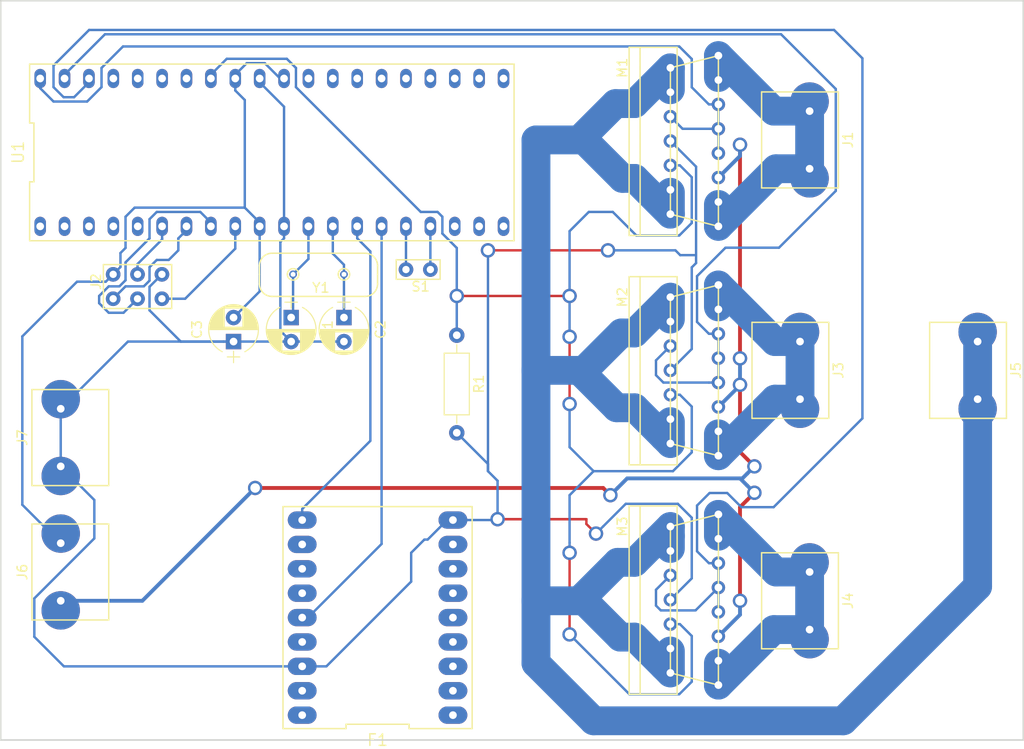
<source format=kicad_pcb>
(kicad_pcb (version 4) (host pcbnew 4.0.7-e2-6376~58~ubuntu16.04.1)

  (general
    (links 77)
    (no_connects 2)
    (area -0.075001 -0.075001 107.225 78.645)
    (thickness 1.6)
    (drawings 4)
    (tracks 345)
    (zones 0)
    (modules 18)
    (nets 22)
  )

  (page A4)
  (layers
    (0 F.Cu signal)
    (31 B.Cu signal)
    (32 B.Adhes user)
    (33 F.Adhes user)
    (34 B.Paste user)
    (35 F.Paste user)
    (36 B.SilkS user)
    (37 F.SilkS user)
    (38 B.Mask user)
    (39 F.Mask user)
    (40 Dwgs.User user)
    (41 Cmts.User user)
    (42 Eco1.User user)
    (43 Eco2.User user)
    (44 Edge.Cuts user)
    (45 Margin user)
    (46 B.CrtYd user)
    (47 F.CrtYd user)
    (48 B.Fab user)
    (49 F.Fab user)
  )

  (setup
    (last_trace_width 0.25)
    (trace_clearance 0.2)
    (zone_clearance 0.508)
    (zone_45_only no)
    (trace_min 0.2)
    (segment_width 0.2)
    (edge_width 0.15)
    (via_size 1.5)
    (via_drill 1)
    (via_min_size 0.4)
    (via_min_drill 0.3)
    (uvia_size 0.3)
    (uvia_drill 0.1)
    (uvias_allowed no)
    (uvia_min_size 0.2)
    (uvia_min_drill 0.1)
    (pcb_text_width 0.3)
    (pcb_text_size 1.5 1.5)
    (mod_edge_width 0.15)
    (mod_text_size 1 1)
    (mod_text_width 0.15)
    (pad_size 1.524 1.524)
    (pad_drill 0.762)
    (pad_to_mask_clearance 0.2)
    (aux_axis_origin 0 0)
    (visible_elements FFFFFF7F)
    (pcbplotparams
      (layerselection 0x01000_80000000)
      (usegerberextensions false)
      (excludeedgelayer true)
      (linewidth 0.100000)
      (plotframeref false)
      (viasonmask false)
      (mode 1)
      (useauxorigin false)
      (hpglpennumber 1)
      (hpglpenspeed 20)
      (hpglpendiameter 15)
      (hpglpenoverlay 2)
      (psnegative false)
      (psa4output false)
      (plotreference true)
      (plotvalue true)
      (plotinvisibletext false)
      (padsonsilk false)
      (subtractmaskfromsilk false)
      (outputformat 1)
      (mirror false)
      (drillshape 0)
      (scaleselection 1)
      (outputdirectory Exports/))
  )

  (net 0 "")
  (net 1 "Net-(C1-Pad1)")
  (net 2 GND)
  (net 3 "Net-(C2-Pad1)")
  (net 4 "Net-(F1-Pad14)")
  (net 5 "Net-(F1-Pad10)")
  (net 6 /COIL_1)
  (net 7 /MISO)
  (net 8 /VCC_MCU)
  (net 9 /SCK)
  (net 10 /MOSI)
  (net 11 /RESET)
  (net 12 /COIL_2)
  (net 13 /COIL_3)
  (net 14 /VCC_COIL)
  (net 15 /VCC_MOSFET)
  (net 16 /MOSFET_EN)
  (net 17 "Net-(M1-Pad10)")
  (net 18 "Net-(M2-Pad10)")
  (net 19 "Net-(M3-Pad10)")
  (net 20 "Net-(S1-Pad1)")
  (net 21 "Net-(S1-Pad2)")

  (net_class Default "This is the default net class."
    (clearance 0.2)
    (trace_width 0.25)
    (via_dia 1.5)
    (via_drill 1)
    (uvia_dia 0.3)
    (uvia_drill 0.1)
    (add_net /MISO)
    (add_net /MOSFET_EN)
    (add_net /MOSI)
    (add_net /RESET)
    (add_net /SCK)
    (add_net /VCC_MCU)
    (add_net GND)
    (add_net "Net-(C1-Pad1)")
    (add_net "Net-(C2-Pad1)")
    (add_net "Net-(F1-Pad10)")
    (add_net "Net-(F1-Pad14)")
    (add_net "Net-(M1-Pad10)")
    (add_net "Net-(M2-Pad10)")
    (add_net "Net-(M3-Pad10)")
    (add_net "Net-(S1-Pad1)")
    (add_net "Net-(S1-Pad2)")
  )

  (net_class HighVoltage ""
    (clearance 0.6)
    (trace_width 3)
    (via_dia 1.5)
    (via_drill 1)
    (uvia_dia 0.3)
    (uvia_drill 0.1)
    (add_net /COIL_1)
    (add_net /COIL_2)
    (add_net /COIL_3)
    (add_net /VCC_COIL)
  )

  (net_class MediumVoltage ""
    (clearance 0.3)
    (trace_width 0.4)
    (via_dia 1.5)
    (via_drill 1)
    (uvia_dia 0.3)
    (uvia_drill 0.1)
    (add_net /VCC_MOSFET)
  )

  (module Coilgun_Footprints:Multiwatt-15 (layer F.Cu) (tedit 59C14B7D) (tstamp 59C2C64A)
    (at 70.39 14.58 90)
    (path /59C291DF)
    (fp_text reference M1 (at 7.59 -5.64 90) (layer F.SilkS)
      (effects (font (size 1 1) (thickness 0.15)))
    )
    (fp_text value L6115 (at -5.11 -5.64 90) (layer F.Fab)
      (effects (font (size 1 1) (thickness 0.15)))
    )
    (fp_line (start -9.87 -3.79) (end 9.72 -3.8) (layer F.SilkS) (width 0.15))
    (fp_line (start -7.65 -0.64) (end -8.92 4.36) (layer F.SilkS) (width 0.15))
    (fp_line (start -8.92 4.36) (end 8.86 4.36) (layer F.SilkS) (width 0.15))
    (fp_line (start 8.86 4.36) (end 7.59 -0.64) (layer F.SilkS) (width 0.15))
    (fp_line (start 7.59 -0.64) (end -7.65 -0.64) (layer F.SilkS) (width 0.15))
    (fp_line (start 9.73 0.06) (end 9.73 -4.94) (layer F.SilkS) (width 0.15))
    (fp_line (start -9.87 0.06) (end 9.73 0.06) (layer F.SilkS) (width 0.15))
    (fp_line (start -9.87 -4.94) (end 9.73 -4.94) (layer F.SilkS) (width 0.15))
    (fp_line (start -9.87 0.06) (end -9.87 -4.94) (layer F.SilkS) (width 0.15))
    (pad 1 thru_hole circle (at -8.92 4.36 90) (size 1.4 1.4) (drill 0.8) (layers *.Cu *.Mask)
      (net 6 /COIL_1))
    (pad 2 thru_hole circle (at -7.65 -0.64 90) (size 1.4 1.4) (drill 0.8) (layers *.Cu *.Mask)
      (net 14 /VCC_COIL))
    (pad 3 thru_hole circle (at -6.38 4.36 90) (size 1.4 1.4) (drill 0.8) (layers *.Cu *.Mask)
      (net 6 /COIL_1))
    (pad 4 thru_hole circle (at -5.11 -0.64 90) (size 1.4 1.4) (drill 0.8) (layers *.Cu *.Mask)
      (net 14 /VCC_COIL))
    (pad 5 thru_hole circle (at -3.84 4.36 90) (size 1.4 1.4) (drill 0.8) (layers *.Cu *.Mask)
      (net 15 /VCC_MOSFET))
    (pad 6 thru_hole circle (at -2.57 -0.64 90) (size 1.4 1.4) (drill 0.8) (layers *.Cu *.Mask)
      (net 16 /MOSFET_EN))
    (pad 7 thru_hole circle (at -1.3 4.36 90) (size 1.4 1.4) (drill 0.8) (layers *.Cu *.Mask)
      (net 17 "Net-(M1-Pad10)"))
    (pad 8 thru_hole circle (at -0.03 -0.64 90) (size 1.4 1.4) (drill 0.8) (layers *.Cu *.Mask)
      (net 2 GND))
    (pad 9 thru_hole circle (at 1.24 4.36 90) (size 1.4 1.4) (drill 0.8) (layers *.Cu *.Mask)
      (net 17 "Net-(M1-Pad10)"))
    (pad 10 thru_hole circle (at 2.51 -0.64 90) (size 1.4 1.4) (drill 0.8) (layers *.Cu *.Mask)
      (net 17 "Net-(M1-Pad10)"))
    (pad 11 thru_hole circle (at 3.78 4.36 90) (size 1.4 1.4) (drill 0.8) (layers *.Cu *.Mask)
      (net 17 "Net-(M1-Pad10)"))
    (pad 12 thru_hole circle (at 5.05 -0.64 90) (size 1.4 1.4) (drill 0.8) (layers *.Cu *.Mask)
      (net 14 /VCC_COIL))
    (pad 13 thru_hole circle (at 6.32 4.36 90) (size 1.4 1.4) (drill 0.8) (layers *.Cu *.Mask)
      (net 6 /COIL_1))
    (pad 14 thru_hole circle (at 7.59 -0.64 90) (size 1.4 1.4) (drill 0.8) (layers *.Cu *.Mask)
      (net 14 /VCC_COIL))
    (pad 15 thru_hole circle (at 8.86 4.36 90) (size 1.4 1.4) (drill 0.8) (layers *.Cu *.Mask)
      (net 6 /COIL_1))
  )

  (module Capacitors_THT:CP_Radial_D5.0mm_P2.50mm (layer F.Cu) (tedit 597BC7C2) (tstamp 59C2C5E7)
    (at 30.25 33 270)
    (descr "CP, Radial series, Radial, pin pitch=2.50mm, , diameter=5mm, Electrolytic Capacitor")
    (tags "CP Radial series Radial pin pitch 2.50mm  diameter 5mm Electrolytic Capacitor")
    (path /59C2BBF9)
    (fp_text reference C1 (at 1.25 -3.81 270) (layer F.SilkS)
      (effects (font (size 1 1) (thickness 0.15)))
    )
    (fp_text value 16pF (at 1.25 3.81 270) (layer F.Fab)
      (effects (font (size 1 1) (thickness 0.15)))
    )
    (fp_arc (start 1.25 0) (end -1.05558 -1.18) (angle 125.8) (layer F.SilkS) (width 0.12))
    (fp_arc (start 1.25 0) (end -1.05558 1.18) (angle -125.8) (layer F.SilkS) (width 0.12))
    (fp_arc (start 1.25 0) (end 3.55558 -1.18) (angle 54.2) (layer F.SilkS) (width 0.12))
    (fp_circle (center 1.25 0) (end 3.75 0) (layer F.Fab) (width 0.1))
    (fp_line (start -2.2 0) (end -1 0) (layer F.Fab) (width 0.1))
    (fp_line (start -1.6 -0.65) (end -1.6 0.65) (layer F.Fab) (width 0.1))
    (fp_line (start 1.25 -2.55) (end 1.25 2.55) (layer F.SilkS) (width 0.12))
    (fp_line (start 1.29 -2.55) (end 1.29 2.55) (layer F.SilkS) (width 0.12))
    (fp_line (start 1.33 -2.549) (end 1.33 2.549) (layer F.SilkS) (width 0.12))
    (fp_line (start 1.37 -2.548) (end 1.37 2.548) (layer F.SilkS) (width 0.12))
    (fp_line (start 1.41 -2.546) (end 1.41 2.546) (layer F.SilkS) (width 0.12))
    (fp_line (start 1.45 -2.543) (end 1.45 2.543) (layer F.SilkS) (width 0.12))
    (fp_line (start 1.49 -2.539) (end 1.49 2.539) (layer F.SilkS) (width 0.12))
    (fp_line (start 1.53 -2.535) (end 1.53 -0.98) (layer F.SilkS) (width 0.12))
    (fp_line (start 1.53 0.98) (end 1.53 2.535) (layer F.SilkS) (width 0.12))
    (fp_line (start 1.57 -2.531) (end 1.57 -0.98) (layer F.SilkS) (width 0.12))
    (fp_line (start 1.57 0.98) (end 1.57 2.531) (layer F.SilkS) (width 0.12))
    (fp_line (start 1.61 -2.525) (end 1.61 -0.98) (layer F.SilkS) (width 0.12))
    (fp_line (start 1.61 0.98) (end 1.61 2.525) (layer F.SilkS) (width 0.12))
    (fp_line (start 1.65 -2.519) (end 1.65 -0.98) (layer F.SilkS) (width 0.12))
    (fp_line (start 1.65 0.98) (end 1.65 2.519) (layer F.SilkS) (width 0.12))
    (fp_line (start 1.69 -2.513) (end 1.69 -0.98) (layer F.SilkS) (width 0.12))
    (fp_line (start 1.69 0.98) (end 1.69 2.513) (layer F.SilkS) (width 0.12))
    (fp_line (start 1.73 -2.506) (end 1.73 -0.98) (layer F.SilkS) (width 0.12))
    (fp_line (start 1.73 0.98) (end 1.73 2.506) (layer F.SilkS) (width 0.12))
    (fp_line (start 1.77 -2.498) (end 1.77 -0.98) (layer F.SilkS) (width 0.12))
    (fp_line (start 1.77 0.98) (end 1.77 2.498) (layer F.SilkS) (width 0.12))
    (fp_line (start 1.81 -2.489) (end 1.81 -0.98) (layer F.SilkS) (width 0.12))
    (fp_line (start 1.81 0.98) (end 1.81 2.489) (layer F.SilkS) (width 0.12))
    (fp_line (start 1.85 -2.48) (end 1.85 -0.98) (layer F.SilkS) (width 0.12))
    (fp_line (start 1.85 0.98) (end 1.85 2.48) (layer F.SilkS) (width 0.12))
    (fp_line (start 1.89 -2.47) (end 1.89 -0.98) (layer F.SilkS) (width 0.12))
    (fp_line (start 1.89 0.98) (end 1.89 2.47) (layer F.SilkS) (width 0.12))
    (fp_line (start 1.93 -2.46) (end 1.93 -0.98) (layer F.SilkS) (width 0.12))
    (fp_line (start 1.93 0.98) (end 1.93 2.46) (layer F.SilkS) (width 0.12))
    (fp_line (start 1.971 -2.448) (end 1.971 -0.98) (layer F.SilkS) (width 0.12))
    (fp_line (start 1.971 0.98) (end 1.971 2.448) (layer F.SilkS) (width 0.12))
    (fp_line (start 2.011 -2.436) (end 2.011 -0.98) (layer F.SilkS) (width 0.12))
    (fp_line (start 2.011 0.98) (end 2.011 2.436) (layer F.SilkS) (width 0.12))
    (fp_line (start 2.051 -2.424) (end 2.051 -0.98) (layer F.SilkS) (width 0.12))
    (fp_line (start 2.051 0.98) (end 2.051 2.424) (layer F.SilkS) (width 0.12))
    (fp_line (start 2.091 -2.41) (end 2.091 -0.98) (layer F.SilkS) (width 0.12))
    (fp_line (start 2.091 0.98) (end 2.091 2.41) (layer F.SilkS) (width 0.12))
    (fp_line (start 2.131 -2.396) (end 2.131 -0.98) (layer F.SilkS) (width 0.12))
    (fp_line (start 2.131 0.98) (end 2.131 2.396) (layer F.SilkS) (width 0.12))
    (fp_line (start 2.171 -2.382) (end 2.171 -0.98) (layer F.SilkS) (width 0.12))
    (fp_line (start 2.171 0.98) (end 2.171 2.382) (layer F.SilkS) (width 0.12))
    (fp_line (start 2.211 -2.366) (end 2.211 -0.98) (layer F.SilkS) (width 0.12))
    (fp_line (start 2.211 0.98) (end 2.211 2.366) (layer F.SilkS) (width 0.12))
    (fp_line (start 2.251 -2.35) (end 2.251 -0.98) (layer F.SilkS) (width 0.12))
    (fp_line (start 2.251 0.98) (end 2.251 2.35) (layer F.SilkS) (width 0.12))
    (fp_line (start 2.291 -2.333) (end 2.291 -0.98) (layer F.SilkS) (width 0.12))
    (fp_line (start 2.291 0.98) (end 2.291 2.333) (layer F.SilkS) (width 0.12))
    (fp_line (start 2.331 -2.315) (end 2.331 -0.98) (layer F.SilkS) (width 0.12))
    (fp_line (start 2.331 0.98) (end 2.331 2.315) (layer F.SilkS) (width 0.12))
    (fp_line (start 2.371 -2.296) (end 2.371 -0.98) (layer F.SilkS) (width 0.12))
    (fp_line (start 2.371 0.98) (end 2.371 2.296) (layer F.SilkS) (width 0.12))
    (fp_line (start 2.411 -2.276) (end 2.411 -0.98) (layer F.SilkS) (width 0.12))
    (fp_line (start 2.411 0.98) (end 2.411 2.276) (layer F.SilkS) (width 0.12))
    (fp_line (start 2.451 -2.256) (end 2.451 -0.98) (layer F.SilkS) (width 0.12))
    (fp_line (start 2.451 0.98) (end 2.451 2.256) (layer F.SilkS) (width 0.12))
    (fp_line (start 2.491 -2.234) (end 2.491 -0.98) (layer F.SilkS) (width 0.12))
    (fp_line (start 2.491 0.98) (end 2.491 2.234) (layer F.SilkS) (width 0.12))
    (fp_line (start 2.531 -2.212) (end 2.531 -0.98) (layer F.SilkS) (width 0.12))
    (fp_line (start 2.531 0.98) (end 2.531 2.212) (layer F.SilkS) (width 0.12))
    (fp_line (start 2.571 -2.189) (end 2.571 -0.98) (layer F.SilkS) (width 0.12))
    (fp_line (start 2.571 0.98) (end 2.571 2.189) (layer F.SilkS) (width 0.12))
    (fp_line (start 2.611 -2.165) (end 2.611 -0.98) (layer F.SilkS) (width 0.12))
    (fp_line (start 2.611 0.98) (end 2.611 2.165) (layer F.SilkS) (width 0.12))
    (fp_line (start 2.651 -2.14) (end 2.651 -0.98) (layer F.SilkS) (width 0.12))
    (fp_line (start 2.651 0.98) (end 2.651 2.14) (layer F.SilkS) (width 0.12))
    (fp_line (start 2.691 -2.113) (end 2.691 -0.98) (layer F.SilkS) (width 0.12))
    (fp_line (start 2.691 0.98) (end 2.691 2.113) (layer F.SilkS) (width 0.12))
    (fp_line (start 2.731 -2.086) (end 2.731 -0.98) (layer F.SilkS) (width 0.12))
    (fp_line (start 2.731 0.98) (end 2.731 2.086) (layer F.SilkS) (width 0.12))
    (fp_line (start 2.771 -2.058) (end 2.771 -0.98) (layer F.SilkS) (width 0.12))
    (fp_line (start 2.771 0.98) (end 2.771 2.058) (layer F.SilkS) (width 0.12))
    (fp_line (start 2.811 -2.028) (end 2.811 -0.98) (layer F.SilkS) (width 0.12))
    (fp_line (start 2.811 0.98) (end 2.811 2.028) (layer F.SilkS) (width 0.12))
    (fp_line (start 2.851 -1.997) (end 2.851 -0.98) (layer F.SilkS) (width 0.12))
    (fp_line (start 2.851 0.98) (end 2.851 1.997) (layer F.SilkS) (width 0.12))
    (fp_line (start 2.891 -1.965) (end 2.891 -0.98) (layer F.SilkS) (width 0.12))
    (fp_line (start 2.891 0.98) (end 2.891 1.965) (layer F.SilkS) (width 0.12))
    (fp_line (start 2.931 -1.932) (end 2.931 -0.98) (layer F.SilkS) (width 0.12))
    (fp_line (start 2.931 0.98) (end 2.931 1.932) (layer F.SilkS) (width 0.12))
    (fp_line (start 2.971 -1.897) (end 2.971 -0.98) (layer F.SilkS) (width 0.12))
    (fp_line (start 2.971 0.98) (end 2.971 1.897) (layer F.SilkS) (width 0.12))
    (fp_line (start 3.011 -1.861) (end 3.011 -0.98) (layer F.SilkS) (width 0.12))
    (fp_line (start 3.011 0.98) (end 3.011 1.861) (layer F.SilkS) (width 0.12))
    (fp_line (start 3.051 -1.823) (end 3.051 -0.98) (layer F.SilkS) (width 0.12))
    (fp_line (start 3.051 0.98) (end 3.051 1.823) (layer F.SilkS) (width 0.12))
    (fp_line (start 3.091 -1.783) (end 3.091 -0.98) (layer F.SilkS) (width 0.12))
    (fp_line (start 3.091 0.98) (end 3.091 1.783) (layer F.SilkS) (width 0.12))
    (fp_line (start 3.131 -1.742) (end 3.131 -0.98) (layer F.SilkS) (width 0.12))
    (fp_line (start 3.131 0.98) (end 3.131 1.742) (layer F.SilkS) (width 0.12))
    (fp_line (start 3.171 -1.699) (end 3.171 -0.98) (layer F.SilkS) (width 0.12))
    (fp_line (start 3.171 0.98) (end 3.171 1.699) (layer F.SilkS) (width 0.12))
    (fp_line (start 3.211 -1.654) (end 3.211 -0.98) (layer F.SilkS) (width 0.12))
    (fp_line (start 3.211 0.98) (end 3.211 1.654) (layer F.SilkS) (width 0.12))
    (fp_line (start 3.251 -1.606) (end 3.251 -0.98) (layer F.SilkS) (width 0.12))
    (fp_line (start 3.251 0.98) (end 3.251 1.606) (layer F.SilkS) (width 0.12))
    (fp_line (start 3.291 -1.556) (end 3.291 -0.98) (layer F.SilkS) (width 0.12))
    (fp_line (start 3.291 0.98) (end 3.291 1.556) (layer F.SilkS) (width 0.12))
    (fp_line (start 3.331 -1.504) (end 3.331 -0.98) (layer F.SilkS) (width 0.12))
    (fp_line (start 3.331 0.98) (end 3.331 1.504) (layer F.SilkS) (width 0.12))
    (fp_line (start 3.371 -1.448) (end 3.371 -0.98) (layer F.SilkS) (width 0.12))
    (fp_line (start 3.371 0.98) (end 3.371 1.448) (layer F.SilkS) (width 0.12))
    (fp_line (start 3.411 -1.39) (end 3.411 -0.98) (layer F.SilkS) (width 0.12))
    (fp_line (start 3.411 0.98) (end 3.411 1.39) (layer F.SilkS) (width 0.12))
    (fp_line (start 3.451 -1.327) (end 3.451 -0.98) (layer F.SilkS) (width 0.12))
    (fp_line (start 3.451 0.98) (end 3.451 1.327) (layer F.SilkS) (width 0.12))
    (fp_line (start 3.491 -1.261) (end 3.491 1.261) (layer F.SilkS) (width 0.12))
    (fp_line (start 3.531 -1.189) (end 3.531 1.189) (layer F.SilkS) (width 0.12))
    (fp_line (start 3.571 -1.112) (end 3.571 1.112) (layer F.SilkS) (width 0.12))
    (fp_line (start 3.611 -1.028) (end 3.611 1.028) (layer F.SilkS) (width 0.12))
    (fp_line (start 3.651 -0.934) (end 3.651 0.934) (layer F.SilkS) (width 0.12))
    (fp_line (start 3.691 -0.829) (end 3.691 0.829) (layer F.SilkS) (width 0.12))
    (fp_line (start 3.731 -0.707) (end 3.731 0.707) (layer F.SilkS) (width 0.12))
    (fp_line (start 3.771 -0.559) (end 3.771 0.559) (layer F.SilkS) (width 0.12))
    (fp_line (start 3.811 -0.354) (end 3.811 0.354) (layer F.SilkS) (width 0.12))
    (fp_line (start -2.2 0) (end -1 0) (layer F.SilkS) (width 0.12))
    (fp_line (start -1.6 -0.65) (end -1.6 0.65) (layer F.SilkS) (width 0.12))
    (fp_line (start -1.6 -2.85) (end -1.6 2.85) (layer F.CrtYd) (width 0.05))
    (fp_line (start -1.6 2.85) (end 4.1 2.85) (layer F.CrtYd) (width 0.05))
    (fp_line (start 4.1 2.85) (end 4.1 -2.85) (layer F.CrtYd) (width 0.05))
    (fp_line (start 4.1 -2.85) (end -1.6 -2.85) (layer F.CrtYd) (width 0.05))
    (fp_text user %R (at 1.25 0 270) (layer F.Fab)
      (effects (font (size 1 1) (thickness 0.15)))
    )
    (pad 1 thru_hole rect (at 0 0 270) (size 1.6 1.6) (drill 0.8) (layers *.Cu *.Mask)
      (net 1 "Net-(C1-Pad1)"))
    (pad 2 thru_hole circle (at 2.5 0 270) (size 1.6 1.6) (drill 0.8) (layers *.Cu *.Mask)
      (net 2 GND))
    (model ${KISYS3DMOD}/Capacitors_THT.3dshapes/CP_Radial_D5.0mm_P2.50mm.wrl
      (at (xyz 0 0 0))
      (scale (xyz 1 1 1))
      (rotate (xyz 0 0 0))
    )
  )

  (module Capacitors_THT:CP_Radial_D5.0mm_P2.50mm (layer F.Cu) (tedit 597BC7C2) (tstamp 59C2C5ED)
    (at 35.75 33 270)
    (descr "CP, Radial series, Radial, pin pitch=2.50mm, , diameter=5mm, Electrolytic Capacitor")
    (tags "CP Radial series Radial pin pitch 2.50mm  diameter 5mm Electrolytic Capacitor")
    (path /59C2BC3A)
    (fp_text reference C2 (at 1.25 -3.81 270) (layer F.SilkS)
      (effects (font (size 1 1) (thickness 0.15)))
    )
    (fp_text value 16pF (at 1.25 3.81 270) (layer F.Fab)
      (effects (font (size 1 1) (thickness 0.15)))
    )
    (fp_arc (start 1.25 0) (end -1.05558 -1.18) (angle 125.8) (layer F.SilkS) (width 0.12))
    (fp_arc (start 1.25 0) (end -1.05558 1.18) (angle -125.8) (layer F.SilkS) (width 0.12))
    (fp_arc (start 1.25 0) (end 3.55558 -1.18) (angle 54.2) (layer F.SilkS) (width 0.12))
    (fp_circle (center 1.25 0) (end 3.75 0) (layer F.Fab) (width 0.1))
    (fp_line (start -2.2 0) (end -1 0) (layer F.Fab) (width 0.1))
    (fp_line (start -1.6 -0.65) (end -1.6 0.65) (layer F.Fab) (width 0.1))
    (fp_line (start 1.25 -2.55) (end 1.25 2.55) (layer F.SilkS) (width 0.12))
    (fp_line (start 1.29 -2.55) (end 1.29 2.55) (layer F.SilkS) (width 0.12))
    (fp_line (start 1.33 -2.549) (end 1.33 2.549) (layer F.SilkS) (width 0.12))
    (fp_line (start 1.37 -2.548) (end 1.37 2.548) (layer F.SilkS) (width 0.12))
    (fp_line (start 1.41 -2.546) (end 1.41 2.546) (layer F.SilkS) (width 0.12))
    (fp_line (start 1.45 -2.543) (end 1.45 2.543) (layer F.SilkS) (width 0.12))
    (fp_line (start 1.49 -2.539) (end 1.49 2.539) (layer F.SilkS) (width 0.12))
    (fp_line (start 1.53 -2.535) (end 1.53 -0.98) (layer F.SilkS) (width 0.12))
    (fp_line (start 1.53 0.98) (end 1.53 2.535) (layer F.SilkS) (width 0.12))
    (fp_line (start 1.57 -2.531) (end 1.57 -0.98) (layer F.SilkS) (width 0.12))
    (fp_line (start 1.57 0.98) (end 1.57 2.531) (layer F.SilkS) (width 0.12))
    (fp_line (start 1.61 -2.525) (end 1.61 -0.98) (layer F.SilkS) (width 0.12))
    (fp_line (start 1.61 0.98) (end 1.61 2.525) (layer F.SilkS) (width 0.12))
    (fp_line (start 1.65 -2.519) (end 1.65 -0.98) (layer F.SilkS) (width 0.12))
    (fp_line (start 1.65 0.98) (end 1.65 2.519) (layer F.SilkS) (width 0.12))
    (fp_line (start 1.69 -2.513) (end 1.69 -0.98) (layer F.SilkS) (width 0.12))
    (fp_line (start 1.69 0.98) (end 1.69 2.513) (layer F.SilkS) (width 0.12))
    (fp_line (start 1.73 -2.506) (end 1.73 -0.98) (layer F.SilkS) (width 0.12))
    (fp_line (start 1.73 0.98) (end 1.73 2.506) (layer F.SilkS) (width 0.12))
    (fp_line (start 1.77 -2.498) (end 1.77 -0.98) (layer F.SilkS) (width 0.12))
    (fp_line (start 1.77 0.98) (end 1.77 2.498) (layer F.SilkS) (width 0.12))
    (fp_line (start 1.81 -2.489) (end 1.81 -0.98) (layer F.SilkS) (width 0.12))
    (fp_line (start 1.81 0.98) (end 1.81 2.489) (layer F.SilkS) (width 0.12))
    (fp_line (start 1.85 -2.48) (end 1.85 -0.98) (layer F.SilkS) (width 0.12))
    (fp_line (start 1.85 0.98) (end 1.85 2.48) (layer F.SilkS) (width 0.12))
    (fp_line (start 1.89 -2.47) (end 1.89 -0.98) (layer F.SilkS) (width 0.12))
    (fp_line (start 1.89 0.98) (end 1.89 2.47) (layer F.SilkS) (width 0.12))
    (fp_line (start 1.93 -2.46) (end 1.93 -0.98) (layer F.SilkS) (width 0.12))
    (fp_line (start 1.93 0.98) (end 1.93 2.46) (layer F.SilkS) (width 0.12))
    (fp_line (start 1.971 -2.448) (end 1.971 -0.98) (layer F.SilkS) (width 0.12))
    (fp_line (start 1.971 0.98) (end 1.971 2.448) (layer F.SilkS) (width 0.12))
    (fp_line (start 2.011 -2.436) (end 2.011 -0.98) (layer F.SilkS) (width 0.12))
    (fp_line (start 2.011 0.98) (end 2.011 2.436) (layer F.SilkS) (width 0.12))
    (fp_line (start 2.051 -2.424) (end 2.051 -0.98) (layer F.SilkS) (width 0.12))
    (fp_line (start 2.051 0.98) (end 2.051 2.424) (layer F.SilkS) (width 0.12))
    (fp_line (start 2.091 -2.41) (end 2.091 -0.98) (layer F.SilkS) (width 0.12))
    (fp_line (start 2.091 0.98) (end 2.091 2.41) (layer F.SilkS) (width 0.12))
    (fp_line (start 2.131 -2.396) (end 2.131 -0.98) (layer F.SilkS) (width 0.12))
    (fp_line (start 2.131 0.98) (end 2.131 2.396) (layer F.SilkS) (width 0.12))
    (fp_line (start 2.171 -2.382) (end 2.171 -0.98) (layer F.SilkS) (width 0.12))
    (fp_line (start 2.171 0.98) (end 2.171 2.382) (layer F.SilkS) (width 0.12))
    (fp_line (start 2.211 -2.366) (end 2.211 -0.98) (layer F.SilkS) (width 0.12))
    (fp_line (start 2.211 0.98) (end 2.211 2.366) (layer F.SilkS) (width 0.12))
    (fp_line (start 2.251 -2.35) (end 2.251 -0.98) (layer F.SilkS) (width 0.12))
    (fp_line (start 2.251 0.98) (end 2.251 2.35) (layer F.SilkS) (width 0.12))
    (fp_line (start 2.291 -2.333) (end 2.291 -0.98) (layer F.SilkS) (width 0.12))
    (fp_line (start 2.291 0.98) (end 2.291 2.333) (layer F.SilkS) (width 0.12))
    (fp_line (start 2.331 -2.315) (end 2.331 -0.98) (layer F.SilkS) (width 0.12))
    (fp_line (start 2.331 0.98) (end 2.331 2.315) (layer F.SilkS) (width 0.12))
    (fp_line (start 2.371 -2.296) (end 2.371 -0.98) (layer F.SilkS) (width 0.12))
    (fp_line (start 2.371 0.98) (end 2.371 2.296) (layer F.SilkS) (width 0.12))
    (fp_line (start 2.411 -2.276) (end 2.411 -0.98) (layer F.SilkS) (width 0.12))
    (fp_line (start 2.411 0.98) (end 2.411 2.276) (layer F.SilkS) (width 0.12))
    (fp_line (start 2.451 -2.256) (end 2.451 -0.98) (layer F.SilkS) (width 0.12))
    (fp_line (start 2.451 0.98) (end 2.451 2.256) (layer F.SilkS) (width 0.12))
    (fp_line (start 2.491 -2.234) (end 2.491 -0.98) (layer F.SilkS) (width 0.12))
    (fp_line (start 2.491 0.98) (end 2.491 2.234) (layer F.SilkS) (width 0.12))
    (fp_line (start 2.531 -2.212) (end 2.531 -0.98) (layer F.SilkS) (width 0.12))
    (fp_line (start 2.531 0.98) (end 2.531 2.212) (layer F.SilkS) (width 0.12))
    (fp_line (start 2.571 -2.189) (end 2.571 -0.98) (layer F.SilkS) (width 0.12))
    (fp_line (start 2.571 0.98) (end 2.571 2.189) (layer F.SilkS) (width 0.12))
    (fp_line (start 2.611 -2.165) (end 2.611 -0.98) (layer F.SilkS) (width 0.12))
    (fp_line (start 2.611 0.98) (end 2.611 2.165) (layer F.SilkS) (width 0.12))
    (fp_line (start 2.651 -2.14) (end 2.651 -0.98) (layer F.SilkS) (width 0.12))
    (fp_line (start 2.651 0.98) (end 2.651 2.14) (layer F.SilkS) (width 0.12))
    (fp_line (start 2.691 -2.113) (end 2.691 -0.98) (layer F.SilkS) (width 0.12))
    (fp_line (start 2.691 0.98) (end 2.691 2.113) (layer F.SilkS) (width 0.12))
    (fp_line (start 2.731 -2.086) (end 2.731 -0.98) (layer F.SilkS) (width 0.12))
    (fp_line (start 2.731 0.98) (end 2.731 2.086) (layer F.SilkS) (width 0.12))
    (fp_line (start 2.771 -2.058) (end 2.771 -0.98) (layer F.SilkS) (width 0.12))
    (fp_line (start 2.771 0.98) (end 2.771 2.058) (layer F.SilkS) (width 0.12))
    (fp_line (start 2.811 -2.028) (end 2.811 -0.98) (layer F.SilkS) (width 0.12))
    (fp_line (start 2.811 0.98) (end 2.811 2.028) (layer F.SilkS) (width 0.12))
    (fp_line (start 2.851 -1.997) (end 2.851 -0.98) (layer F.SilkS) (width 0.12))
    (fp_line (start 2.851 0.98) (end 2.851 1.997) (layer F.SilkS) (width 0.12))
    (fp_line (start 2.891 -1.965) (end 2.891 -0.98) (layer F.SilkS) (width 0.12))
    (fp_line (start 2.891 0.98) (end 2.891 1.965) (layer F.SilkS) (width 0.12))
    (fp_line (start 2.931 -1.932) (end 2.931 -0.98) (layer F.SilkS) (width 0.12))
    (fp_line (start 2.931 0.98) (end 2.931 1.932) (layer F.SilkS) (width 0.12))
    (fp_line (start 2.971 -1.897) (end 2.971 -0.98) (layer F.SilkS) (width 0.12))
    (fp_line (start 2.971 0.98) (end 2.971 1.897) (layer F.SilkS) (width 0.12))
    (fp_line (start 3.011 -1.861) (end 3.011 -0.98) (layer F.SilkS) (width 0.12))
    (fp_line (start 3.011 0.98) (end 3.011 1.861) (layer F.SilkS) (width 0.12))
    (fp_line (start 3.051 -1.823) (end 3.051 -0.98) (layer F.SilkS) (width 0.12))
    (fp_line (start 3.051 0.98) (end 3.051 1.823) (layer F.SilkS) (width 0.12))
    (fp_line (start 3.091 -1.783) (end 3.091 -0.98) (layer F.SilkS) (width 0.12))
    (fp_line (start 3.091 0.98) (end 3.091 1.783) (layer F.SilkS) (width 0.12))
    (fp_line (start 3.131 -1.742) (end 3.131 -0.98) (layer F.SilkS) (width 0.12))
    (fp_line (start 3.131 0.98) (end 3.131 1.742) (layer F.SilkS) (width 0.12))
    (fp_line (start 3.171 -1.699) (end 3.171 -0.98) (layer F.SilkS) (width 0.12))
    (fp_line (start 3.171 0.98) (end 3.171 1.699) (layer F.SilkS) (width 0.12))
    (fp_line (start 3.211 -1.654) (end 3.211 -0.98) (layer F.SilkS) (width 0.12))
    (fp_line (start 3.211 0.98) (end 3.211 1.654) (layer F.SilkS) (width 0.12))
    (fp_line (start 3.251 -1.606) (end 3.251 -0.98) (layer F.SilkS) (width 0.12))
    (fp_line (start 3.251 0.98) (end 3.251 1.606) (layer F.SilkS) (width 0.12))
    (fp_line (start 3.291 -1.556) (end 3.291 -0.98) (layer F.SilkS) (width 0.12))
    (fp_line (start 3.291 0.98) (end 3.291 1.556) (layer F.SilkS) (width 0.12))
    (fp_line (start 3.331 -1.504) (end 3.331 -0.98) (layer F.SilkS) (width 0.12))
    (fp_line (start 3.331 0.98) (end 3.331 1.504) (layer F.SilkS) (width 0.12))
    (fp_line (start 3.371 -1.448) (end 3.371 -0.98) (layer F.SilkS) (width 0.12))
    (fp_line (start 3.371 0.98) (end 3.371 1.448) (layer F.SilkS) (width 0.12))
    (fp_line (start 3.411 -1.39) (end 3.411 -0.98) (layer F.SilkS) (width 0.12))
    (fp_line (start 3.411 0.98) (end 3.411 1.39) (layer F.SilkS) (width 0.12))
    (fp_line (start 3.451 -1.327) (end 3.451 -0.98) (layer F.SilkS) (width 0.12))
    (fp_line (start 3.451 0.98) (end 3.451 1.327) (layer F.SilkS) (width 0.12))
    (fp_line (start 3.491 -1.261) (end 3.491 1.261) (layer F.SilkS) (width 0.12))
    (fp_line (start 3.531 -1.189) (end 3.531 1.189) (layer F.SilkS) (width 0.12))
    (fp_line (start 3.571 -1.112) (end 3.571 1.112) (layer F.SilkS) (width 0.12))
    (fp_line (start 3.611 -1.028) (end 3.611 1.028) (layer F.SilkS) (width 0.12))
    (fp_line (start 3.651 -0.934) (end 3.651 0.934) (layer F.SilkS) (width 0.12))
    (fp_line (start 3.691 -0.829) (end 3.691 0.829) (layer F.SilkS) (width 0.12))
    (fp_line (start 3.731 -0.707) (end 3.731 0.707) (layer F.SilkS) (width 0.12))
    (fp_line (start 3.771 -0.559) (end 3.771 0.559) (layer F.SilkS) (width 0.12))
    (fp_line (start 3.811 -0.354) (end 3.811 0.354) (layer F.SilkS) (width 0.12))
    (fp_line (start -2.2 0) (end -1 0) (layer F.SilkS) (width 0.12))
    (fp_line (start -1.6 -0.65) (end -1.6 0.65) (layer F.SilkS) (width 0.12))
    (fp_line (start -1.6 -2.85) (end -1.6 2.85) (layer F.CrtYd) (width 0.05))
    (fp_line (start -1.6 2.85) (end 4.1 2.85) (layer F.CrtYd) (width 0.05))
    (fp_line (start 4.1 2.85) (end 4.1 -2.85) (layer F.CrtYd) (width 0.05))
    (fp_line (start 4.1 -2.85) (end -1.6 -2.85) (layer F.CrtYd) (width 0.05))
    (fp_text user %R (at 1.25 0 270) (layer F.Fab)
      (effects (font (size 1 1) (thickness 0.15)))
    )
    (pad 1 thru_hole rect (at 0 0 270) (size 1.6 1.6) (drill 0.8) (layers *.Cu *.Mask)
      (net 3 "Net-(C2-Pad1)"))
    (pad 2 thru_hole circle (at 2.5 0 270) (size 1.6 1.6) (drill 0.8) (layers *.Cu *.Mask)
      (net 2 GND))
    (model ${KISYS3DMOD}/Capacitors_THT.3dshapes/CP_Radial_D5.0mm_P2.50mm.wrl
      (at (xyz 0 0 0))
      (scale (xyz 1 1 1))
      (rotate (xyz 0 0 0))
    )
  )

  (module Capacitors_THT:CP_Radial_D5.0mm_P2.50mm (layer F.Cu) (tedit 597BC7C2) (tstamp 59C2C5F3)
    (at 24.25 35.5 90)
    (descr "CP, Radial series, Radial, pin pitch=2.50mm, , diameter=5mm, Electrolytic Capacitor")
    (tags "CP Radial series Radial pin pitch 2.50mm  diameter 5mm Electrolytic Capacitor")
    (path /59C2C5BA)
    (fp_text reference C3 (at 1.25 -3.81 90) (layer F.SilkS)
      (effects (font (size 1 1) (thickness 0.15)))
    )
    (fp_text value xF (at 1.25 3.81 90) (layer F.Fab)
      (effects (font (size 1 1) (thickness 0.15)))
    )
    (fp_arc (start 1.25 0) (end -1.05558 -1.18) (angle 125.8) (layer F.SilkS) (width 0.12))
    (fp_arc (start 1.25 0) (end -1.05558 1.18) (angle -125.8) (layer F.SilkS) (width 0.12))
    (fp_arc (start 1.25 0) (end 3.55558 -1.18) (angle 54.2) (layer F.SilkS) (width 0.12))
    (fp_circle (center 1.25 0) (end 3.75 0) (layer F.Fab) (width 0.1))
    (fp_line (start -2.2 0) (end -1 0) (layer F.Fab) (width 0.1))
    (fp_line (start -1.6 -0.65) (end -1.6 0.65) (layer F.Fab) (width 0.1))
    (fp_line (start 1.25 -2.55) (end 1.25 2.55) (layer F.SilkS) (width 0.12))
    (fp_line (start 1.29 -2.55) (end 1.29 2.55) (layer F.SilkS) (width 0.12))
    (fp_line (start 1.33 -2.549) (end 1.33 2.549) (layer F.SilkS) (width 0.12))
    (fp_line (start 1.37 -2.548) (end 1.37 2.548) (layer F.SilkS) (width 0.12))
    (fp_line (start 1.41 -2.546) (end 1.41 2.546) (layer F.SilkS) (width 0.12))
    (fp_line (start 1.45 -2.543) (end 1.45 2.543) (layer F.SilkS) (width 0.12))
    (fp_line (start 1.49 -2.539) (end 1.49 2.539) (layer F.SilkS) (width 0.12))
    (fp_line (start 1.53 -2.535) (end 1.53 -0.98) (layer F.SilkS) (width 0.12))
    (fp_line (start 1.53 0.98) (end 1.53 2.535) (layer F.SilkS) (width 0.12))
    (fp_line (start 1.57 -2.531) (end 1.57 -0.98) (layer F.SilkS) (width 0.12))
    (fp_line (start 1.57 0.98) (end 1.57 2.531) (layer F.SilkS) (width 0.12))
    (fp_line (start 1.61 -2.525) (end 1.61 -0.98) (layer F.SilkS) (width 0.12))
    (fp_line (start 1.61 0.98) (end 1.61 2.525) (layer F.SilkS) (width 0.12))
    (fp_line (start 1.65 -2.519) (end 1.65 -0.98) (layer F.SilkS) (width 0.12))
    (fp_line (start 1.65 0.98) (end 1.65 2.519) (layer F.SilkS) (width 0.12))
    (fp_line (start 1.69 -2.513) (end 1.69 -0.98) (layer F.SilkS) (width 0.12))
    (fp_line (start 1.69 0.98) (end 1.69 2.513) (layer F.SilkS) (width 0.12))
    (fp_line (start 1.73 -2.506) (end 1.73 -0.98) (layer F.SilkS) (width 0.12))
    (fp_line (start 1.73 0.98) (end 1.73 2.506) (layer F.SilkS) (width 0.12))
    (fp_line (start 1.77 -2.498) (end 1.77 -0.98) (layer F.SilkS) (width 0.12))
    (fp_line (start 1.77 0.98) (end 1.77 2.498) (layer F.SilkS) (width 0.12))
    (fp_line (start 1.81 -2.489) (end 1.81 -0.98) (layer F.SilkS) (width 0.12))
    (fp_line (start 1.81 0.98) (end 1.81 2.489) (layer F.SilkS) (width 0.12))
    (fp_line (start 1.85 -2.48) (end 1.85 -0.98) (layer F.SilkS) (width 0.12))
    (fp_line (start 1.85 0.98) (end 1.85 2.48) (layer F.SilkS) (width 0.12))
    (fp_line (start 1.89 -2.47) (end 1.89 -0.98) (layer F.SilkS) (width 0.12))
    (fp_line (start 1.89 0.98) (end 1.89 2.47) (layer F.SilkS) (width 0.12))
    (fp_line (start 1.93 -2.46) (end 1.93 -0.98) (layer F.SilkS) (width 0.12))
    (fp_line (start 1.93 0.98) (end 1.93 2.46) (layer F.SilkS) (width 0.12))
    (fp_line (start 1.971 -2.448) (end 1.971 -0.98) (layer F.SilkS) (width 0.12))
    (fp_line (start 1.971 0.98) (end 1.971 2.448) (layer F.SilkS) (width 0.12))
    (fp_line (start 2.011 -2.436) (end 2.011 -0.98) (layer F.SilkS) (width 0.12))
    (fp_line (start 2.011 0.98) (end 2.011 2.436) (layer F.SilkS) (width 0.12))
    (fp_line (start 2.051 -2.424) (end 2.051 -0.98) (layer F.SilkS) (width 0.12))
    (fp_line (start 2.051 0.98) (end 2.051 2.424) (layer F.SilkS) (width 0.12))
    (fp_line (start 2.091 -2.41) (end 2.091 -0.98) (layer F.SilkS) (width 0.12))
    (fp_line (start 2.091 0.98) (end 2.091 2.41) (layer F.SilkS) (width 0.12))
    (fp_line (start 2.131 -2.396) (end 2.131 -0.98) (layer F.SilkS) (width 0.12))
    (fp_line (start 2.131 0.98) (end 2.131 2.396) (layer F.SilkS) (width 0.12))
    (fp_line (start 2.171 -2.382) (end 2.171 -0.98) (layer F.SilkS) (width 0.12))
    (fp_line (start 2.171 0.98) (end 2.171 2.382) (layer F.SilkS) (width 0.12))
    (fp_line (start 2.211 -2.366) (end 2.211 -0.98) (layer F.SilkS) (width 0.12))
    (fp_line (start 2.211 0.98) (end 2.211 2.366) (layer F.SilkS) (width 0.12))
    (fp_line (start 2.251 -2.35) (end 2.251 -0.98) (layer F.SilkS) (width 0.12))
    (fp_line (start 2.251 0.98) (end 2.251 2.35) (layer F.SilkS) (width 0.12))
    (fp_line (start 2.291 -2.333) (end 2.291 -0.98) (layer F.SilkS) (width 0.12))
    (fp_line (start 2.291 0.98) (end 2.291 2.333) (layer F.SilkS) (width 0.12))
    (fp_line (start 2.331 -2.315) (end 2.331 -0.98) (layer F.SilkS) (width 0.12))
    (fp_line (start 2.331 0.98) (end 2.331 2.315) (layer F.SilkS) (width 0.12))
    (fp_line (start 2.371 -2.296) (end 2.371 -0.98) (layer F.SilkS) (width 0.12))
    (fp_line (start 2.371 0.98) (end 2.371 2.296) (layer F.SilkS) (width 0.12))
    (fp_line (start 2.411 -2.276) (end 2.411 -0.98) (layer F.SilkS) (width 0.12))
    (fp_line (start 2.411 0.98) (end 2.411 2.276) (layer F.SilkS) (width 0.12))
    (fp_line (start 2.451 -2.256) (end 2.451 -0.98) (layer F.SilkS) (width 0.12))
    (fp_line (start 2.451 0.98) (end 2.451 2.256) (layer F.SilkS) (width 0.12))
    (fp_line (start 2.491 -2.234) (end 2.491 -0.98) (layer F.SilkS) (width 0.12))
    (fp_line (start 2.491 0.98) (end 2.491 2.234) (layer F.SilkS) (width 0.12))
    (fp_line (start 2.531 -2.212) (end 2.531 -0.98) (layer F.SilkS) (width 0.12))
    (fp_line (start 2.531 0.98) (end 2.531 2.212) (layer F.SilkS) (width 0.12))
    (fp_line (start 2.571 -2.189) (end 2.571 -0.98) (layer F.SilkS) (width 0.12))
    (fp_line (start 2.571 0.98) (end 2.571 2.189) (layer F.SilkS) (width 0.12))
    (fp_line (start 2.611 -2.165) (end 2.611 -0.98) (layer F.SilkS) (width 0.12))
    (fp_line (start 2.611 0.98) (end 2.611 2.165) (layer F.SilkS) (width 0.12))
    (fp_line (start 2.651 -2.14) (end 2.651 -0.98) (layer F.SilkS) (width 0.12))
    (fp_line (start 2.651 0.98) (end 2.651 2.14) (layer F.SilkS) (width 0.12))
    (fp_line (start 2.691 -2.113) (end 2.691 -0.98) (layer F.SilkS) (width 0.12))
    (fp_line (start 2.691 0.98) (end 2.691 2.113) (layer F.SilkS) (width 0.12))
    (fp_line (start 2.731 -2.086) (end 2.731 -0.98) (layer F.SilkS) (width 0.12))
    (fp_line (start 2.731 0.98) (end 2.731 2.086) (layer F.SilkS) (width 0.12))
    (fp_line (start 2.771 -2.058) (end 2.771 -0.98) (layer F.SilkS) (width 0.12))
    (fp_line (start 2.771 0.98) (end 2.771 2.058) (layer F.SilkS) (width 0.12))
    (fp_line (start 2.811 -2.028) (end 2.811 -0.98) (layer F.SilkS) (width 0.12))
    (fp_line (start 2.811 0.98) (end 2.811 2.028) (layer F.SilkS) (width 0.12))
    (fp_line (start 2.851 -1.997) (end 2.851 -0.98) (layer F.SilkS) (width 0.12))
    (fp_line (start 2.851 0.98) (end 2.851 1.997) (layer F.SilkS) (width 0.12))
    (fp_line (start 2.891 -1.965) (end 2.891 -0.98) (layer F.SilkS) (width 0.12))
    (fp_line (start 2.891 0.98) (end 2.891 1.965) (layer F.SilkS) (width 0.12))
    (fp_line (start 2.931 -1.932) (end 2.931 -0.98) (layer F.SilkS) (width 0.12))
    (fp_line (start 2.931 0.98) (end 2.931 1.932) (layer F.SilkS) (width 0.12))
    (fp_line (start 2.971 -1.897) (end 2.971 -0.98) (layer F.SilkS) (width 0.12))
    (fp_line (start 2.971 0.98) (end 2.971 1.897) (layer F.SilkS) (width 0.12))
    (fp_line (start 3.011 -1.861) (end 3.011 -0.98) (layer F.SilkS) (width 0.12))
    (fp_line (start 3.011 0.98) (end 3.011 1.861) (layer F.SilkS) (width 0.12))
    (fp_line (start 3.051 -1.823) (end 3.051 -0.98) (layer F.SilkS) (width 0.12))
    (fp_line (start 3.051 0.98) (end 3.051 1.823) (layer F.SilkS) (width 0.12))
    (fp_line (start 3.091 -1.783) (end 3.091 -0.98) (layer F.SilkS) (width 0.12))
    (fp_line (start 3.091 0.98) (end 3.091 1.783) (layer F.SilkS) (width 0.12))
    (fp_line (start 3.131 -1.742) (end 3.131 -0.98) (layer F.SilkS) (width 0.12))
    (fp_line (start 3.131 0.98) (end 3.131 1.742) (layer F.SilkS) (width 0.12))
    (fp_line (start 3.171 -1.699) (end 3.171 -0.98) (layer F.SilkS) (width 0.12))
    (fp_line (start 3.171 0.98) (end 3.171 1.699) (layer F.SilkS) (width 0.12))
    (fp_line (start 3.211 -1.654) (end 3.211 -0.98) (layer F.SilkS) (width 0.12))
    (fp_line (start 3.211 0.98) (end 3.211 1.654) (layer F.SilkS) (width 0.12))
    (fp_line (start 3.251 -1.606) (end 3.251 -0.98) (layer F.SilkS) (width 0.12))
    (fp_line (start 3.251 0.98) (end 3.251 1.606) (layer F.SilkS) (width 0.12))
    (fp_line (start 3.291 -1.556) (end 3.291 -0.98) (layer F.SilkS) (width 0.12))
    (fp_line (start 3.291 0.98) (end 3.291 1.556) (layer F.SilkS) (width 0.12))
    (fp_line (start 3.331 -1.504) (end 3.331 -0.98) (layer F.SilkS) (width 0.12))
    (fp_line (start 3.331 0.98) (end 3.331 1.504) (layer F.SilkS) (width 0.12))
    (fp_line (start 3.371 -1.448) (end 3.371 -0.98) (layer F.SilkS) (width 0.12))
    (fp_line (start 3.371 0.98) (end 3.371 1.448) (layer F.SilkS) (width 0.12))
    (fp_line (start 3.411 -1.39) (end 3.411 -0.98) (layer F.SilkS) (width 0.12))
    (fp_line (start 3.411 0.98) (end 3.411 1.39) (layer F.SilkS) (width 0.12))
    (fp_line (start 3.451 -1.327) (end 3.451 -0.98) (layer F.SilkS) (width 0.12))
    (fp_line (start 3.451 0.98) (end 3.451 1.327) (layer F.SilkS) (width 0.12))
    (fp_line (start 3.491 -1.261) (end 3.491 1.261) (layer F.SilkS) (width 0.12))
    (fp_line (start 3.531 -1.189) (end 3.531 1.189) (layer F.SilkS) (width 0.12))
    (fp_line (start 3.571 -1.112) (end 3.571 1.112) (layer F.SilkS) (width 0.12))
    (fp_line (start 3.611 -1.028) (end 3.611 1.028) (layer F.SilkS) (width 0.12))
    (fp_line (start 3.651 -0.934) (end 3.651 0.934) (layer F.SilkS) (width 0.12))
    (fp_line (start 3.691 -0.829) (end 3.691 0.829) (layer F.SilkS) (width 0.12))
    (fp_line (start 3.731 -0.707) (end 3.731 0.707) (layer F.SilkS) (width 0.12))
    (fp_line (start 3.771 -0.559) (end 3.771 0.559) (layer F.SilkS) (width 0.12))
    (fp_line (start 3.811 -0.354) (end 3.811 0.354) (layer F.SilkS) (width 0.12))
    (fp_line (start -2.2 0) (end -1 0) (layer F.SilkS) (width 0.12))
    (fp_line (start -1.6 -0.65) (end -1.6 0.65) (layer F.SilkS) (width 0.12))
    (fp_line (start -1.6 -2.85) (end -1.6 2.85) (layer F.CrtYd) (width 0.05))
    (fp_line (start -1.6 2.85) (end 4.1 2.85) (layer F.CrtYd) (width 0.05))
    (fp_line (start 4.1 2.85) (end 4.1 -2.85) (layer F.CrtYd) (width 0.05))
    (fp_line (start 4.1 -2.85) (end -1.6 -2.85) (layer F.CrtYd) (width 0.05))
    (fp_text user %R (at 1.25 0 90) (layer F.Fab)
      (effects (font (size 1 1) (thickness 0.15)))
    )
    (pad 1 thru_hole rect (at 0 0 90) (size 1.6 1.6) (drill 0.8) (layers *.Cu *.Mask)
      (net 2 GND))
    (pad 2 thru_hole circle (at 2.5 0 90) (size 1.6 1.6) (drill 0.8) (layers *.Cu *.Mask)
      (net 8 /VCC_MCU))
    (model ${KISYS3DMOD}/Capacitors_THT.3dshapes/CP_Radial_D5.0mm_P2.50mm.wrl
      (at (xyz 0 0 0))
      (scale (xyz 1 1 1))
      (rotate (xyz 0 0 0))
    )
  )

  (module Coilgun_Footprints:FTDI (layer F.Cu) (tedit 0) (tstamp 59C2C609)
    (at 39.25 64.25 90)
    (path /59C2AAB5)
    (fp_text reference F1 (at -12.76 0 180) (layer F.SilkS)
      (effects (font (size 1.2 1.2) (thickness 0.15)))
    )
    (fp_text value FTDI (at 0 0 90) (layer F.Fab)
      (effects (font (size 1.2 1.2) (thickness 0.15)))
    )
    (fp_line (start -11.56 9.85) (end 11.56 9.85) (layer F.SilkS) (width 0.15))
    (fp_line (start 11.56 9.85) (end 11.56 -9.85) (layer F.SilkS) (width 0.15))
    (fp_line (start 11.56 -9.85) (end -11.56 -9.85) (layer F.SilkS) (width 0.15))
    (fp_line (start -11.56 -9.85) (end -11.56 -3.283333) (layer F.SilkS) (width 0.15))
    (fp_line (start -11.56 -3.283333) (end -11.11 -3.283333) (layer F.SilkS) (width 0.15))
    (fp_line (start -11.11 -3.283333) (end -11.11 3.283333) (layer F.SilkS) (width 0.15))
    (fp_line (start -11.11 3.283333) (end -11.56 3.283333) (layer F.SilkS) (width 0.15))
    (fp_line (start -11.56 3.283333) (end -11.56 9.85) (layer F.SilkS) (width 0.15))
    (pad 18 thru_hole oval (at -10.16 -7.85 90) (size 1.8 3) (drill 0.8) (layers *.Cu *.Mask))
    (pad 1 thru_hole oval (at -10.16 7.85 90) (size 1.8 3) (drill 0.8) (layers *.Cu *.Mask))
    (pad 17 thru_hole oval (at -7.62 -7.85 90) (size 1.8 3) (drill 0.8) (layers *.Cu *.Mask))
    (pad 2 thru_hole oval (at -7.62 7.85 90) (size 1.8 3) (drill 0.8) (layers *.Cu *.Mask))
    (pad 16 thru_hole oval (at -5.08 -7.85 90) (size 1.8 3) (drill 0.8) (layers *.Cu *.Mask)
      (net 2 GND))
    (pad 3 thru_hole oval (at -5.08 7.85 90) (size 1.8 3) (drill 0.8) (layers *.Cu *.Mask))
    (pad 15 thru_hole oval (at -2.54 -7.85 90) (size 1.8 3) (drill 0.8) (layers *.Cu *.Mask))
    (pad 4 thru_hole oval (at -2.54 7.85 90) (size 1.8 3) (drill 0.8) (layers *.Cu *.Mask))
    (pad 14 thru_hole oval (at 0 -7.85 90) (size 1.8 3) (drill 0.8) (layers *.Cu *.Mask)
      (net 4 "Net-(F1-Pad14)"))
    (pad 5 thru_hole oval (at 0 7.85 90) (size 1.8 3) (drill 0.8) (layers *.Cu *.Mask))
    (pad 13 thru_hole oval (at 2.54 -7.85 90) (size 1.8 3) (drill 0.8) (layers *.Cu *.Mask))
    (pad 6 thru_hole oval (at 2.54 7.85 90) (size 1.8 3) (drill 0.8) (layers *.Cu *.Mask))
    (pad 12 thru_hole oval (at 5.08 -7.85 90) (size 1.8 3) (drill 0.8) (layers *.Cu *.Mask))
    (pad 7 thru_hole oval (at 5.08 7.85 90) (size 1.8 3) (drill 0.8) (layers *.Cu *.Mask))
    (pad 11 thru_hole oval (at 7.62 -7.85 90) (size 1.8 3) (drill 0.8) (layers *.Cu *.Mask))
    (pad 8 thru_hole oval (at 7.62 7.85 90) (size 1.8 3) (drill 0.8) (layers *.Cu *.Mask))
    (pad 10 thru_hole oval (at 10.16 -7.85 90) (size 1.8 3) (drill 0.8) (layers *.Cu *.Mask)
      (net 5 "Net-(F1-Pad10)"))
    (pad 9 thru_hole oval (at 10.16 7.85 90) (size 1.8 3) (drill 0.8) (layers *.Cu *.Mask)
      (net 2 GND))
  )

  (module Coilgun_Footprints:ScrewTerminal (layer F.Cu) (tedit 59C2B805) (tstamp 59C2C60F)
    (at 83.25 14.5 90)
    (path /59C2C8D8)
    (fp_text reference J1 (at 0 5 90) (layer F.SilkS)
      (effects (font (size 1 1) (thickness 0.15)))
    )
    (fp_text value ST (at 0 -5 90) (layer F.Fab)
      (effects (font (size 1 1) (thickness 0.15)))
    )
    (fp_line (start -5 -4) (end -5 4) (layer F.SilkS) (width 0.15))
    (fp_line (start 5 -4) (end -5 -4) (layer F.SilkS) (width 0.15))
    (fp_line (start 5 4) (end 5 -4) (layer F.SilkS) (width 0.15))
    (fp_line (start -5 4) (end 5 4) (layer F.SilkS) (width 0.15))
    (pad 1 thru_hole oval (at -3 1 90) (size 4 4) (drill 0.8 (offset -1 0)) (layers *.Cu *.Mask)
      (net 6 /COIL_1))
    (pad 2 thru_hole oval (at 3 1 270) (size 4 4) (drill 0.8 (offset -1 0)) (layers *.Cu *.Mask)
      (net 6 /COIL_1))
  )

  (module Coilgun_Footprints:ISP_HEADER (layer F.Cu) (tedit 59C2BB7F) (tstamp 59C2C619)
    (at 9.17 28.5 90)
    (path /59C2AD65)
    (fp_text reference J2 (at -0.762 0.762 90) (layer F.SilkS)
      (effects (font (size 1 1) (thickness 0.15)))
    )
    (fp_text value ISP_HEADER (at -4.318 5.08 180) (layer F.Fab)
      (effects (font (size 1 1) (thickness 0.15)))
    )
    (fp_line (start -3.556 1.524) (end 1.016 1.524) (layer F.SilkS) (width 0.15))
    (fp_line (start -3.556 8.636) (end -3.556 1.524) (layer F.SilkS) (width 0.15))
    (fp_line (start 1.016 8.636) (end -3.556 8.636) (layer F.SilkS) (width 0.15))
    (fp_line (start 1.016 1.524) (end 1.016 8.636) (layer F.SilkS) (width 0.15))
    (pad 1 thru_hole circle (at -2.54 2.54 90) (size 1.524 1.524) (drill 0.762) (layers *.Cu *.Mask)
      (net 7 /MISO))
    (pad 2 thru_hole circle (at 0 2.54 90) (size 1.524 1.524) (drill 0.762) (layers *.Cu *.Mask)
      (net 8 /VCC_MCU))
    (pad 3 thru_hole circle (at -2.54 5.08 90) (size 1.524 1.524) (drill 0.762) (layers *.Cu *.Mask)
      (net 9 /SCK))
    (pad 4 thru_hole circle (at 0 5.08 90) (size 1.524 1.524) (drill 0.762) (layers *.Cu *.Mask)
      (net 10 /MOSI))
    (pad 5 thru_hole circle (at -2.54 7.62 90) (size 1.524 1.524) (drill 0.762) (layers *.Cu *.Mask)
      (net 11 /RESET))
    (pad 6 thru_hole circle (at 0 7.62 90) (size 1.524 1.524) (drill 0.762) (layers *.Cu *.Mask)
      (net 2 GND))
  )

  (module Coilgun_Footprints:ScrewTerminal (layer F.Cu) (tedit 59C2B805) (tstamp 59C2C61F)
    (at 82.25 38.5 90)
    (path /59C2C9A9)
    (fp_text reference J3 (at 0 5 90) (layer F.SilkS)
      (effects (font (size 1 1) (thickness 0.15)))
    )
    (fp_text value ST (at 0 -5 90) (layer F.Fab)
      (effects (font (size 1 1) (thickness 0.15)))
    )
    (fp_line (start -5 -4) (end -5 4) (layer F.SilkS) (width 0.15))
    (fp_line (start 5 -4) (end -5 -4) (layer F.SilkS) (width 0.15))
    (fp_line (start 5 4) (end 5 -4) (layer F.SilkS) (width 0.15))
    (fp_line (start -5 4) (end 5 4) (layer F.SilkS) (width 0.15))
    (pad 1 thru_hole oval (at -3 1 90) (size 4 4) (drill 0.8 (offset -1 0)) (layers *.Cu *.Mask)
      (net 12 /COIL_2))
    (pad 2 thru_hole oval (at 3 1 270) (size 4 4) (drill 0.8 (offset -1 0)) (layers *.Cu *.Mask)
      (net 12 /COIL_2))
  )

  (module Coilgun_Footprints:ScrewTerminal (layer F.Cu) (tedit 59C2B805) (tstamp 59C2C625)
    (at 83.25 62.5 90)
    (path /59C2D973)
    (fp_text reference J4 (at 0 5 90) (layer F.SilkS)
      (effects (font (size 1 1) (thickness 0.15)))
    )
    (fp_text value ST (at 0 -5 90) (layer F.Fab)
      (effects (font (size 1 1) (thickness 0.15)))
    )
    (fp_line (start -5 -4) (end -5 4) (layer F.SilkS) (width 0.15))
    (fp_line (start 5 -4) (end -5 -4) (layer F.SilkS) (width 0.15))
    (fp_line (start 5 4) (end 5 -4) (layer F.SilkS) (width 0.15))
    (fp_line (start -5 4) (end 5 4) (layer F.SilkS) (width 0.15))
    (pad 1 thru_hole oval (at -3 1 90) (size 4 4) (drill 0.8 (offset -1 0)) (layers *.Cu *.Mask)
      (net 13 /COIL_3))
    (pad 2 thru_hole oval (at 3 1 270) (size 4 4) (drill 0.8 (offset -1 0)) (layers *.Cu *.Mask)
      (net 13 /COIL_3))
  )

  (module Coilgun_Footprints:ScrewTerminal (layer F.Cu) (tedit 59C2B805) (tstamp 59C2C62B)
    (at 100.75 38.5 90)
    (path /59C2CC6C)
    (fp_text reference J5 (at 0 5 90) (layer F.SilkS)
      (effects (font (size 1 1) (thickness 0.15)))
    )
    (fp_text value ST (at 0 -5 90) (layer F.Fab)
      (effects (font (size 1 1) (thickness 0.15)))
    )
    (fp_line (start -5 -4) (end -5 4) (layer F.SilkS) (width 0.15))
    (fp_line (start 5 -4) (end -5 -4) (layer F.SilkS) (width 0.15))
    (fp_line (start 5 4) (end 5 -4) (layer F.SilkS) (width 0.15))
    (fp_line (start -5 4) (end 5 4) (layer F.SilkS) (width 0.15))
    (pad 1 thru_hole oval (at -3 1 90) (size 4 4) (drill 0.8 (offset -1 0)) (layers *.Cu *.Mask)
      (net 14 /VCC_COIL))
    (pad 2 thru_hole oval (at 3 1 270) (size 4 4) (drill 0.8 (offset -1 0)) (layers *.Cu *.Mask)
      (net 14 /VCC_COIL))
  )

  (module Coilgun_Footprints:ScrewTerminal (layer F.Cu) (tedit 59C2B805) (tstamp 59C2C631)
    (at 7.25 59.5 270)
    (path /59C2CCBC)
    (fp_text reference J6 (at 0 5 270) (layer F.SilkS)
      (effects (font (size 1 1) (thickness 0.15)))
    )
    (fp_text value ST (at 0 -5 270) (layer F.Fab)
      (effects (font (size 1 1) (thickness 0.15)))
    )
    (fp_line (start -5 -4) (end -5 4) (layer F.SilkS) (width 0.15))
    (fp_line (start 5 -4) (end -5 -4) (layer F.SilkS) (width 0.15))
    (fp_line (start 5 4) (end 5 -4) (layer F.SilkS) (width 0.15))
    (fp_line (start -5 4) (end 5 4) (layer F.SilkS) (width 0.15))
    (pad 1 thru_hole oval (at -3 1 270) (size 4 4) (drill 0.8 (offset -1 0)) (layers *.Cu *.Mask)
      (net 8 /VCC_MCU))
    (pad 2 thru_hole oval (at 3 1 90) (size 4 4) (drill 0.8 (offset -1 0)) (layers *.Cu *.Mask)
      (net 15 /VCC_MOSFET))
  )

  (module Coilgun_Footprints:ScrewTerminal (layer F.Cu) (tedit 59C2B805) (tstamp 59C2C637)
    (at 7.25 45.5 270)
    (path /59C2DA5D)
    (fp_text reference J7 (at 0 5 270) (layer F.SilkS)
      (effects (font (size 1 1) (thickness 0.15)))
    )
    (fp_text value ST (at 0 -5 270) (layer F.Fab)
      (effects (font (size 1 1) (thickness 0.15)))
    )
    (fp_line (start -5 -4) (end -5 4) (layer F.SilkS) (width 0.15))
    (fp_line (start 5 -4) (end -5 -4) (layer F.SilkS) (width 0.15))
    (fp_line (start 5 4) (end 5 -4) (layer F.SilkS) (width 0.15))
    (fp_line (start -5 4) (end 5 4) (layer F.SilkS) (width 0.15))
    (pad 1 thru_hole oval (at -3 1 270) (size 4 4) (drill 0.8 (offset -1 0)) (layers *.Cu *.Mask)
      (net 2 GND))
    (pad 2 thru_hole oval (at 3 1 90) (size 4 4) (drill 0.8 (offset -1 0)) (layers *.Cu *.Mask)
      (net 2 GND))
  )

  (module Coilgun_Footprints:Multiwatt-15 (layer F.Cu) (tedit 59C14B7D) (tstamp 59C2C65D)
    (at 70.39 38.47 90)
    (path /59C299F5)
    (fp_text reference M2 (at 7.59 -5.64 90) (layer F.SilkS)
      (effects (font (size 1 1) (thickness 0.15)))
    )
    (fp_text value L6115 (at -5.11 -5.64 90) (layer F.Fab)
      (effects (font (size 1 1) (thickness 0.15)))
    )
    (fp_line (start -9.87 -3.79) (end 9.72 -3.8) (layer F.SilkS) (width 0.15))
    (fp_line (start -7.65 -0.64) (end -8.92 4.36) (layer F.SilkS) (width 0.15))
    (fp_line (start -8.92 4.36) (end 8.86 4.36) (layer F.SilkS) (width 0.15))
    (fp_line (start 8.86 4.36) (end 7.59 -0.64) (layer F.SilkS) (width 0.15))
    (fp_line (start 7.59 -0.64) (end -7.65 -0.64) (layer F.SilkS) (width 0.15))
    (fp_line (start 9.73 0.06) (end 9.73 -4.94) (layer F.SilkS) (width 0.15))
    (fp_line (start -9.87 0.06) (end 9.73 0.06) (layer F.SilkS) (width 0.15))
    (fp_line (start -9.87 -4.94) (end 9.73 -4.94) (layer F.SilkS) (width 0.15))
    (fp_line (start -9.87 0.06) (end -9.87 -4.94) (layer F.SilkS) (width 0.15))
    (pad 1 thru_hole circle (at -8.92 4.36 90) (size 1.4 1.4) (drill 0.8) (layers *.Cu *.Mask)
      (net 12 /COIL_2))
    (pad 2 thru_hole circle (at -7.65 -0.64 90) (size 1.4 1.4) (drill 0.8) (layers *.Cu *.Mask)
      (net 14 /VCC_COIL))
    (pad 3 thru_hole circle (at -6.38 4.36 90) (size 1.4 1.4) (drill 0.8) (layers *.Cu *.Mask)
      (net 12 /COIL_2))
    (pad 4 thru_hole circle (at -5.11 -0.64 90) (size 1.4 1.4) (drill 0.8) (layers *.Cu *.Mask)
      (net 14 /VCC_COIL))
    (pad 5 thru_hole circle (at -3.84 4.36 90) (size 1.4 1.4) (drill 0.8) (layers *.Cu *.Mask)
      (net 15 /VCC_MOSFET))
    (pad 6 thru_hole circle (at -2.57 -0.64 90) (size 1.4 1.4) (drill 0.8) (layers *.Cu *.Mask)
      (net 16 /MOSFET_EN))
    (pad 7 thru_hole circle (at -1.3 4.36 90) (size 1.4 1.4) (drill 0.8) (layers *.Cu *.Mask)
      (net 18 "Net-(M2-Pad10)"))
    (pad 8 thru_hole circle (at -0.03 -0.64 90) (size 1.4 1.4) (drill 0.8) (layers *.Cu *.Mask)
      (net 2 GND))
    (pad 9 thru_hole circle (at 1.24 4.36 90) (size 1.4 1.4) (drill 0.8) (layers *.Cu *.Mask)
      (net 18 "Net-(M2-Pad10)"))
    (pad 10 thru_hole circle (at 2.51 -0.64 90) (size 1.4 1.4) (drill 0.8) (layers *.Cu *.Mask)
      (net 18 "Net-(M2-Pad10)"))
    (pad 11 thru_hole circle (at 3.78 4.36 90) (size 1.4 1.4) (drill 0.8) (layers *.Cu *.Mask)
      (net 18 "Net-(M2-Pad10)"))
    (pad 12 thru_hole circle (at 5.05 -0.64 90) (size 1.4 1.4) (drill 0.8) (layers *.Cu *.Mask)
      (net 14 /VCC_COIL))
    (pad 13 thru_hole circle (at 6.32 4.36 90) (size 1.4 1.4) (drill 0.8) (layers *.Cu *.Mask)
      (net 12 /COIL_2))
    (pad 14 thru_hole circle (at 7.59 -0.64 90) (size 1.4 1.4) (drill 0.8) (layers *.Cu *.Mask)
      (net 14 /VCC_COIL))
    (pad 15 thru_hole circle (at 8.86 4.36 90) (size 1.4 1.4) (drill 0.8) (layers *.Cu *.Mask)
      (net 12 /COIL_2))
  )

  (module Coilgun_Footprints:Multiwatt-15 (layer F.Cu) (tedit 59C14B7D) (tstamp 59C2C670)
    (at 70.39 62.36 90)
    (path /59C29B6A)
    (fp_text reference M3 (at 7.59 -5.64 90) (layer F.SilkS)
      (effects (font (size 1 1) (thickness 0.15)))
    )
    (fp_text value L6115 (at -5.11 -5.64 90) (layer F.Fab)
      (effects (font (size 1 1) (thickness 0.15)))
    )
    (fp_line (start -9.87 -3.79) (end 9.72 -3.8) (layer F.SilkS) (width 0.15))
    (fp_line (start -7.65 -0.64) (end -8.92 4.36) (layer F.SilkS) (width 0.15))
    (fp_line (start -8.92 4.36) (end 8.86 4.36) (layer F.SilkS) (width 0.15))
    (fp_line (start 8.86 4.36) (end 7.59 -0.64) (layer F.SilkS) (width 0.15))
    (fp_line (start 7.59 -0.64) (end -7.65 -0.64) (layer F.SilkS) (width 0.15))
    (fp_line (start 9.73 0.06) (end 9.73 -4.94) (layer F.SilkS) (width 0.15))
    (fp_line (start -9.87 0.06) (end 9.73 0.06) (layer F.SilkS) (width 0.15))
    (fp_line (start -9.87 -4.94) (end 9.73 -4.94) (layer F.SilkS) (width 0.15))
    (fp_line (start -9.87 0.06) (end -9.87 -4.94) (layer F.SilkS) (width 0.15))
    (pad 1 thru_hole circle (at -8.92 4.36 90) (size 1.4 1.4) (drill 0.8) (layers *.Cu *.Mask)
      (net 13 /COIL_3))
    (pad 2 thru_hole circle (at -7.65 -0.64 90) (size 1.4 1.4) (drill 0.8) (layers *.Cu *.Mask)
      (net 14 /VCC_COIL))
    (pad 3 thru_hole circle (at -6.38 4.36 90) (size 1.4 1.4) (drill 0.8) (layers *.Cu *.Mask)
      (net 13 /COIL_3))
    (pad 4 thru_hole circle (at -5.11 -0.64 90) (size 1.4 1.4) (drill 0.8) (layers *.Cu *.Mask)
      (net 14 /VCC_COIL))
    (pad 5 thru_hole circle (at -3.84 4.36 90) (size 1.4 1.4) (drill 0.8) (layers *.Cu *.Mask)
      (net 15 /VCC_MOSFET))
    (pad 6 thru_hole circle (at -2.57 -0.64 90) (size 1.4 1.4) (drill 0.8) (layers *.Cu *.Mask)
      (net 16 /MOSFET_EN))
    (pad 7 thru_hole circle (at -1.3 4.36 90) (size 1.4 1.4) (drill 0.8) (layers *.Cu *.Mask)
      (net 19 "Net-(M3-Pad10)"))
    (pad 8 thru_hole circle (at -0.03 -0.64 90) (size 1.4 1.4) (drill 0.8) (layers *.Cu *.Mask)
      (net 2 GND))
    (pad 9 thru_hole circle (at 1.24 4.36 90) (size 1.4 1.4) (drill 0.8) (layers *.Cu *.Mask)
      (net 19 "Net-(M3-Pad10)"))
    (pad 10 thru_hole circle (at 2.51 -0.64 90) (size 1.4 1.4) (drill 0.8) (layers *.Cu *.Mask)
      (net 19 "Net-(M3-Pad10)"))
    (pad 11 thru_hole circle (at 3.78 4.36 90) (size 1.4 1.4) (drill 0.8) (layers *.Cu *.Mask)
      (net 19 "Net-(M3-Pad10)"))
    (pad 12 thru_hole circle (at 5.05 -0.64 90) (size 1.4 1.4) (drill 0.8) (layers *.Cu *.Mask)
      (net 14 /VCC_COIL))
    (pad 13 thru_hole circle (at 6.32 4.36 90) (size 1.4 1.4) (drill 0.8) (layers *.Cu *.Mask)
      (net 13 /COIL_3))
    (pad 14 thru_hole circle (at 7.59 -0.64 90) (size 1.4 1.4) (drill 0.8) (layers *.Cu *.Mask)
      (net 14 /VCC_COIL))
    (pad 15 thru_hole circle (at 8.86 4.36 90) (size 1.4 1.4) (drill 0.8) (layers *.Cu *.Mask)
      (net 13 /COIL_3))
  )

  (module Resistors_THT:R_Axial_DIN0207_L6.3mm_D2.5mm_P10.16mm_Horizontal (layer F.Cu) (tedit 5874F706) (tstamp 59C2C676)
    (at 47.5 34.84 270)
    (descr "Resistor, Axial_DIN0207 series, Axial, Horizontal, pin pitch=10.16mm, 0.25W = 1/4W, length*diameter=6.3*2.5mm^2, http://cdn-reichelt.de/documents/datenblatt/B400/1_4W%23YAG.pdf")
    (tags "Resistor Axial_DIN0207 series Axial Horizontal pin pitch 10.16mm 0.25W = 1/4W length 6.3mm diameter 2.5mm")
    (path /59C2BA09)
    (fp_text reference R1 (at 5.08 -2.31 270) (layer F.SilkS)
      (effects (font (size 1 1) (thickness 0.15)))
    )
    (fp_text value 1k (at 5.08 2.31 270) (layer F.Fab)
      (effects (font (size 1 1) (thickness 0.15)))
    )
    (fp_line (start 1.93 -1.25) (end 1.93 1.25) (layer F.Fab) (width 0.1))
    (fp_line (start 1.93 1.25) (end 8.23 1.25) (layer F.Fab) (width 0.1))
    (fp_line (start 8.23 1.25) (end 8.23 -1.25) (layer F.Fab) (width 0.1))
    (fp_line (start 8.23 -1.25) (end 1.93 -1.25) (layer F.Fab) (width 0.1))
    (fp_line (start 0 0) (end 1.93 0) (layer F.Fab) (width 0.1))
    (fp_line (start 10.16 0) (end 8.23 0) (layer F.Fab) (width 0.1))
    (fp_line (start 1.87 -1.31) (end 1.87 1.31) (layer F.SilkS) (width 0.12))
    (fp_line (start 1.87 1.31) (end 8.29 1.31) (layer F.SilkS) (width 0.12))
    (fp_line (start 8.29 1.31) (end 8.29 -1.31) (layer F.SilkS) (width 0.12))
    (fp_line (start 8.29 -1.31) (end 1.87 -1.31) (layer F.SilkS) (width 0.12))
    (fp_line (start 0.98 0) (end 1.87 0) (layer F.SilkS) (width 0.12))
    (fp_line (start 9.18 0) (end 8.29 0) (layer F.SilkS) (width 0.12))
    (fp_line (start -1.05 -1.6) (end -1.05 1.6) (layer F.CrtYd) (width 0.05))
    (fp_line (start -1.05 1.6) (end 11.25 1.6) (layer F.CrtYd) (width 0.05))
    (fp_line (start 11.25 1.6) (end 11.25 -1.6) (layer F.CrtYd) (width 0.05))
    (fp_line (start 11.25 -1.6) (end -1.05 -1.6) (layer F.CrtYd) (width 0.05))
    (pad 1 thru_hole circle (at 0 0 270) (size 1.6 1.6) (drill 0.8) (layers *.Cu *.Mask)
      (net 16 /MOSFET_EN))
    (pad 2 thru_hole oval (at 10.16 0 270) (size 1.6 1.6) (drill 0.8) (layers *.Cu *.Mask)
      (net 2 GND))
    (model ${KISYS3DMOD}/Resistors_THT.3dshapes/R_Axial_DIN0207_L6.3mm_D2.5mm_P10.16mm_Horizontal.wrl
      (at (xyz 0 0 0))
      (scale (xyz 0.393701 0.393701 0.393701))
      (rotate (xyz 0 0 0))
    )
  )

  (module Coilgun_Footprints:LightSensor (layer F.Cu) (tedit 59C2C0A2) (tstamp 59C2C67C)
    (at 39.67 22.92)
    (path /59C2EC18)
    (fp_text reference S1 (at 4.064 6.858) (layer F.SilkS)
      (effects (font (size 1 1) (thickness 0.15)))
    )
    (fp_text value LightSensor (at 4.064 3.302) (layer F.Fab)
      (effects (font (size 1 1) (thickness 0.15)))
    )
    (fp_line (start 1.524 4.064) (end 6.096 4.064) (layer F.SilkS) (width 0.15))
    (fp_line (start 1.524 6.096) (end 1.524 4.064) (layer F.SilkS) (width 0.15))
    (fp_line (start 6.096 6.096) (end 1.524 6.096) (layer F.SilkS) (width 0.15))
    (fp_line (start 6.096 4.064) (end 6.096 6.096) (layer F.SilkS) (width 0.15))
    (pad 1 thru_hole circle (at 2.54 5.08) (size 1.524 1.524) (drill 0.762) (layers *.Cu *.Mask)
      (net 20 "Net-(S1-Pad1)"))
    (pad 2 thru_hole circle (at 5.08 5.08) (size 1.524 1.524) (drill 0.762) (layers *.Cu *.Mask)
      (net 21 "Net-(S1-Pad2)"))
  )

  (module Coilgun_Footprints:DIP-40_0_ELL (layer F.Cu) (tedit 0) (tstamp 59C2C6A8)
    (at 28.24 15.8)
    (path /59C28E87)
    (fp_text reference U1 (at -26.43 0 90) (layer F.SilkS)
      (effects (font (size 1.2 1.2) (thickness 0.15)))
    )
    (fp_text value ATMEGA8535-16PU (at 0 0) (layer F.Fab)
      (effects (font (size 1.2 1.2) (thickness 0.15)))
    )
    (fp_line (start -25.23 9.199999) (end 25.23 9.2) (layer F.SilkS) (width 0.15))
    (fp_line (start 25.23 9.2) (end 25.23 -9.199999) (layer F.SilkS) (width 0.15))
    (fp_line (start 25.23 -9.199999) (end -25.23 -9.2) (layer F.SilkS) (width 0.15))
    (fp_line (start -25.23 -9.2) (end -25.23 -3.066666) (layer F.SilkS) (width 0.15))
    (fp_line (start -25.23 -3.066666) (end -24.78 -3.066666) (layer F.SilkS) (width 0.15))
    (fp_line (start -24.78 -3.066666) (end -24.78 3.066666) (layer F.SilkS) (width 0.15))
    (fp_line (start -24.78 3.066666) (end -25.23 3.066666) (layer F.SilkS) (width 0.15))
    (fp_line (start -25.23 3.066666) (end -25.23 9.199999) (layer F.SilkS) (width 0.15))
    (pad 40 thru_hole oval (at -24.13 -7.7) (size 1.2 2) (drill 0.8) (layers *.Cu *.Mask)
      (net 17 "Net-(M1-Pad10)"))
    (pad 1 thru_hole oval (at -24.13 7.7) (size 1.2 2) (drill 0.8) (layers *.Cu *.Mask))
    (pad 39 thru_hole oval (at -21.59 -7.7) (size 1.2 2) (drill 0.8) (layers *.Cu *.Mask)
      (net 18 "Net-(M2-Pad10)"))
    (pad 2 thru_hole oval (at -21.59 7.7) (size 1.2 2) (drill 0.8) (layers *.Cu *.Mask))
    (pad 38 thru_hole oval (at -19.05 -7.7) (size 1.2 2) (drill 0.8) (layers *.Cu *.Mask)
      (net 19 "Net-(M3-Pad10)"))
    (pad 3 thru_hole oval (at -19.05 7.7) (size 1.2 2) (drill 0.8) (layers *.Cu *.Mask))
    (pad 37 thru_hole oval (at -16.51 -7.7) (size 1.2 2) (drill 0.8) (layers *.Cu *.Mask))
    (pad 4 thru_hole oval (at -16.51 7.7) (size 1.2 2) (drill 0.8) (layers *.Cu *.Mask))
    (pad 36 thru_hole oval (at -13.97 -7.7) (size 1.2 2) (drill 0.8) (layers *.Cu *.Mask))
    (pad 5 thru_hole oval (at -13.97 7.7) (size 1.2 2) (drill 0.8) (layers *.Cu *.Mask))
    (pad 35 thru_hole oval (at -11.43 -7.7) (size 1.2 2) (drill 0.8) (layers *.Cu *.Mask))
    (pad 6 thru_hole oval (at -11.43 7.7) (size 1.2 2) (drill 0.8) (layers *.Cu *.Mask)
      (net 10 /MOSI))
    (pad 34 thru_hole oval (at -8.89 -7.7) (size 1.2 2) (drill 0.8) (layers *.Cu *.Mask))
    (pad 7 thru_hole oval (at -8.89 7.7) (size 1.2 2) (drill 0.8) (layers *.Cu *.Mask)
      (net 7 /MISO))
    (pad 33 thru_hole oval (at -6.35 -7.7) (size 1.2 2) (drill 0.8) (layers *.Cu *.Mask)
      (net 16 /MOSFET_EN))
    (pad 8 thru_hole oval (at -6.35 7.7) (size 1.2 2) (drill 0.8) (layers *.Cu *.Mask)
      (net 9 /SCK))
    (pad 32 thru_hole oval (at -3.81 -7.7) (size 1.2 2) (drill 0.8) (layers *.Cu *.Mask)
      (net 8 /VCC_MCU))
    (pad 9 thru_hole oval (at -3.81 7.7) (size 1.2 2) (drill 0.8) (layers *.Cu *.Mask)
      (net 11 /RESET))
    (pad 31 thru_hole oval (at -1.27 -7.7) (size 1.2 2) (drill 0.8) (layers *.Cu *.Mask)
      (net 2 GND))
    (pad 10 thru_hole oval (at -1.27 7.7) (size 1.2 2) (drill 0.8) (layers *.Cu *.Mask)
      (net 8 /VCC_MCU))
    (pad 30 thru_hole oval (at 1.27 -7.7) (size 1.2 2) (drill 0.8) (layers *.Cu *.Mask)
      (net 8 /VCC_MCU))
    (pad 11 thru_hole oval (at 1.27 7.7) (size 1.2 2) (drill 0.8) (layers *.Cu *.Mask)
      (net 2 GND))
    (pad 29 thru_hole oval (at 3.81 -7.7) (size 1.2 2) (drill 0.8) (layers *.Cu *.Mask))
    (pad 12 thru_hole oval (at 3.81 7.7) (size 1.2 2) (drill 0.8) (layers *.Cu *.Mask)
      (net 1 "Net-(C1-Pad1)"))
    (pad 28 thru_hole oval (at 6.35 -7.7) (size 1.2 2) (drill 0.8) (layers *.Cu *.Mask))
    (pad 13 thru_hole oval (at 6.35 7.7) (size 1.2 2) (drill 0.8) (layers *.Cu *.Mask)
      (net 3 "Net-(C2-Pad1)"))
    (pad 27 thru_hole oval (at 8.89 -7.7) (size 1.2 2) (drill 0.8) (layers *.Cu *.Mask))
    (pad 14 thru_hole oval (at 8.89 7.7) (size 1.2 2) (drill 0.8) (layers *.Cu *.Mask)
      (net 5 "Net-(F1-Pad10)"))
    (pad 26 thru_hole oval (at 11.43 -7.7) (size 1.2 2) (drill 0.8) (layers *.Cu *.Mask))
    (pad 15 thru_hole oval (at 11.43 7.7) (size 1.2 2) (drill 0.8) (layers *.Cu *.Mask)
      (net 4 "Net-(F1-Pad14)"))
    (pad 25 thru_hole oval (at 13.97 -7.7) (size 1.2 2) (drill 0.8) (layers *.Cu *.Mask))
    (pad 16 thru_hole oval (at 13.97 7.7) (size 1.2 2) (drill 0.8) (layers *.Cu *.Mask)
      (net 20 "Net-(S1-Pad1)"))
    (pad 24 thru_hole oval (at 16.51 -7.7) (size 1.2 2) (drill 0.8) (layers *.Cu *.Mask))
    (pad 17 thru_hole oval (at 16.51 7.7) (size 1.2 2) (drill 0.8) (layers *.Cu *.Mask)
      (net 21 "Net-(S1-Pad2)"))
    (pad 23 thru_hole oval (at 19.05 -7.7) (size 1.2 2) (drill 0.8) (layers *.Cu *.Mask))
    (pad 18 thru_hole oval (at 19.05 7.7) (size 1.2 2) (drill 0.8) (layers *.Cu *.Mask))
    (pad 22 thru_hole oval (at 21.59 -7.7) (size 1.2 2) (drill 0.8) (layers *.Cu *.Mask))
    (pad 19 thru_hole oval (at 21.59 7.7) (size 1.2 2) (drill 0.8) (layers *.Cu *.Mask))
    (pad 21 thru_hole oval (at 24.13 -7.7) (size 1.2 2) (drill 0.8) (layers *.Cu *.Mask))
    (pad 20 thru_hole oval (at 24.13 7.7) (size 1.2 2) (drill 0.8) (layers *.Cu *.Mask))
  )

  (module Coilgun_Footprints:QuarzCrystal (layer F.Cu) (tedit 59C2C3D3) (tstamp 59C2C6BE)
    (at 30.45 28.5)
    (path /59C2BA9D)
    (fp_text reference Y1 (at 2.9 1.4) (layer F.SilkS)
      (effects (font (size 1 1) (thickness 0.15)))
    )
    (fp_text value 16MHz (at 2.5 -1.3) (layer F.Fab)
      (effects (font (size 1 1) (thickness 0.15)))
    )
    (fp_circle (center 0 0) (end 0.6 0) (layer F.SilkS) (width 0.15))
    (fp_circle (center 5.3 0) (end 5.9 0) (layer F.SilkS) (width 0.15))
    (fp_arc (start -2.2 -0.9) (end -3.5 -0.9) (angle 90) (layer F.SilkS) (width 0.15))
    (fp_line (start -2.2 -2.2) (end 0 -2.2) (layer F.SilkS) (width 0.15))
    (fp_arc (start -2.2 1) (end -2.2 2.3) (angle 90) (layer F.SilkS) (width 0.15))
    (fp_line (start -2.2 2.3) (end 0 2.3) (layer F.SilkS) (width 0.15))
    (fp_arc (start 7.5 -0.9) (end 7.5 -2.2) (angle 90) (layer F.SilkS) (width 0.15))
    (fp_line (start 7.5 -2.2) (end 5.3 -2.2) (layer F.SilkS) (width 0.15))
    (fp_arc (start 7.5 1) (end 8.8 1) (angle 90) (layer F.SilkS) (width 0.15))
    (fp_line (start 5.3 2.3) (end 7.5 2.3) (layer F.SilkS) (width 0.15))
    (fp_line (start 8.8 0) (end 8.8 -0.9) (layer F.SilkS) (width 0.15))
    (fp_line (start 8.8 0) (end 8.8 1) (layer F.SilkS) (width 0.15))
    (fp_line (start -3.5 0) (end -3.5 -0.9) (layer F.SilkS) (width 0.15))
    (fp_line (start -3.5 0) (end -3.5 1) (layer F.SilkS) (width 0.15))
    (fp_line (start 0 2.3) (end 5.3 2.3) (layer F.SilkS) (width 0.15))
    (fp_line (start 0 -2.2) (end 5.3 -2.2) (layer F.SilkS) (width 0.15))
    (pad 1 thru_hole circle (at 0 0) (size 0.8 0.8) (drill 0.5) (layers *.Cu *.Mask)
      (net 1 "Net-(C1-Pad1)"))
    (pad 2 thru_hole circle (at 5.3 0) (size 0.8 0.8) (drill 0.5) (layers *.Cu *.Mask)
      (net 3 "Net-(C2-Pad1)"))
  )

  (gr_line (start 0 77) (end 0 0) (layer Edge.Cuts) (width 0.15))
  (gr_line (start 106.5 0) (end 106.5 77) (layer Edge.Cuts) (width 0.15))
  (gr_line (start 106.5 77) (end 0 77) (layer Edge.Cuts) (width 0.15))
  (gr_line (start 0 0) (end 106.5 0) (layer Edge.Cuts) (width 0.15))

  (segment (start 30.45 28.5) (end 30.45 32.8) (width 0.25) (layer B.Cu) (net 1))
  (segment (start 30.45 32.8) (end 30.25 33) (width 0.25) (layer B.Cu) (net 1))
  (segment (start 32.05 23.5) (end 32.05 26.9) (width 0.25) (layer B.Cu) (net 1))
  (segment (start 32.05 26.9) (end 30.45 28.5) (width 0.25) (layer B.Cu) (net 1))
  (segment (start 65.099999 52.400001) (end 62.749999 54.750001) (width 0.25) (layer B.Cu) (net 2))
  (segment (start 70.52664 52.400001) (end 65.099999 52.400001) (width 0.25) (layer B.Cu) (net 2))
  (segment (start 71.97501 53.848371) (end 70.52664 52.400001) (width 0.25) (layer B.Cu) (net 2))
  (segment (start 69.75 62.39) (end 71.97501 60.16499) (width 0.25) (layer B.Cu) (net 2))
  (segment (start 61.250001 54.750001) (end 62 55.5) (width 0.25) (layer F.Cu) (net 2))
  (segment (start 61.000001 54.500001) (end 61.250001 54.750001) (width 0.25) (layer F.Cu) (net 2))
  (segment (start 61.000001 54.000001) (end 61.000001 54.500001) (width 0.25) (layer F.Cu) (net 2))
  (segment (start 62.749999 54.750001) (end 62 55.5) (width 0.25) (layer B.Cu) (net 2))
  (segment (start 51.750002 54) (end 61.000001 54.000001) (width 0.25) (layer F.Cu) (net 2))
  (segment (start 71.97501 60.16499) (end 71.97501 53.848371) (width 0.25) (layer B.Cu) (net 2))
  (via (at 62 55.5) (size 1.5) (drill 1) (layers F.Cu B.Cu) (net 2))
  (segment (start 60.999998 53.999998) (end 61.000001 54.000001) (width 0.25) (layer F.Cu) (net 2))
  (segment (start 51.75 53.999998) (end 60.999998 53.999998) (width 0.25) (layer F.Cu) (net 2))
  (segment (start 63.25 26) (end 50.75 26) (width 0.25) (layer F.Cu) (net 2))
  (segment (start 50.75 49) (end 50.75 26) (width 0.25) (layer B.Cu) (net 2))
  (via (at 50.75 26) (size 1.5) (drill 1) (layers F.Cu B.Cu) (net 2))
  (segment (start 29.51 11.04) (end 26.97 8.5) (width 0.25) (layer B.Cu) (net 2))
  (segment (start 26.97 8.5) (end 26.97 8.1) (width 0.25) (layer B.Cu) (net 2))
  (segment (start 24.25 35.5) (end 13.25 35.5) (width 0.25) (layer B.Cu) (net 2))
  (segment (start 13.25 35.5) (end 6.25 42.5) (width 0.25) (layer B.Cu) (net 2))
  (segment (start 31.4 69.33) (end 6.58 69.33) (width 0.25) (layer B.Cu) (net 2))
  (segment (start 3.5 66.25) (end 3.5 62.25) (width 0.25) (layer B.Cu) (net 2))
  (segment (start 6.58 69.33) (end 3.5 66.25) (width 0.25) (layer B.Cu) (net 2))
  (segment (start 3.5 62.25) (end 9.75 56) (width 0.25) (layer B.Cu) (net 2))
  (segment (start 9.75 56) (end 9.75 52) (width 0.25) (layer B.Cu) (net 2))
  (segment (start 9.75 52) (end 6.25 48.5) (width 0.25) (layer B.Cu) (net 2))
  (segment (start 47.1 54.09) (end 51.66 54.09) (width 0.25) (layer B.Cu) (net 2))
  (segment (start 35.75 36.25) (end 35.75 35.5) (width 0.25) (layer B.Cu) (net 2))
  (segment (start 6.25 48.5) (end 6.25 42.5) (width 0.25) (layer B.Cu) (net 2))
  (segment (start 51.75 53.505024) (end 51.75 53.999998) (width 0.25) (layer B.Cu) (net 2))
  (segment (start 51.75 50) (end 51.75 53.505024) (width 0.25) (layer B.Cu) (net 2))
  (segment (start 50.75 49) (end 51.75 50) (width 0.25) (layer B.Cu) (net 2))
  (via (at 51.75 53.999998) (size 1.5) (drill 1) (layers F.Cu B.Cu) (net 2))
  (segment (start 47.1 54.09) (end 46.5 54.09) (width 0.25) (layer B.Cu) (net 2))
  (segment (start 46.5 54.09) (end 44.467415 56.122585) (width 0.25) (layer B.Cu) (net 2))
  (segment (start 44.467415 56.122585) (end 44.127415 56.122585) (width 0.25) (layer B.Cu) (net 2))
  (segment (start 44.127415 56.122585) (end 42.75 57.5) (width 0.25) (layer B.Cu) (net 2))
  (segment (start 42.75 57.5) (end 42.75 60.5) (width 0.25) (layer B.Cu) (net 2))
  (segment (start 42.75 60.5) (end 33.92 69.33) (width 0.25) (layer B.Cu) (net 2))
  (segment (start 33.92 69.33) (end 31.4 69.33) (width 0.25) (layer B.Cu) (net 2))
  (segment (start 47.5 45) (end 50.75 48.25) (width 0.25) (layer B.Cu) (net 2))
  (segment (start 50.75 48.25) (end 50.75 49) (width 0.25) (layer B.Cu) (net 2))
  (segment (start 29.51 23.5) (end 29.51 11.04) (width 0.25) (layer B.Cu) (net 2))
  (segment (start 16.79 28.5) (end 15.5 29.79) (width 0.25) (layer B.Cu) (net 2))
  (segment (start 15.5 29.79) (end 15.5 32.25) (width 0.25) (layer B.Cu) (net 2))
  (segment (start 15.5 32.25) (end 18.75 35.5) (width 0.25) (layer B.Cu) (net 2))
  (segment (start 18.75 35.5) (end 23.2 35.5) (width 0.25) (layer B.Cu) (net 2))
  (segment (start 23.2 35.5) (end 24.25 35.5) (width 0.25) (layer B.Cu) (net 2))
  (segment (start 23.79 35.5) (end 24.25 35.5) (width 0.25) (layer B.Cu) (net 2))
  (segment (start 24.25 35.5) (end 30.25 35.5) (width 0.25) (layer B.Cu) (net 2))
  (segment (start 29.51 23.5) (end 29.51 24.75) (width 0.25) (layer B.Cu) (net 2))
  (segment (start 29.450001 34.700001) (end 30.25 35.5) (width 0.25) (layer B.Cu) (net 2))
  (segment (start 29.51 24.75) (end 29.124999 25.135001) (width 0.25) (layer B.Cu) (net 2))
  (segment (start 29.124999 25.135001) (end 29.124999 34.374999) (width 0.25) (layer B.Cu) (net 2))
  (segment (start 29.124999 34.374999) (end 29.450001 34.700001) (width 0.25) (layer B.Cu) (net 2))
  (segment (start 35.75 35.5) (end 30.25 35.5) (width 0.25) (layer B.Cu) (net 2))
  (segment (start 69.75 14.61) (end 72.42502 17.28502) (width 0.25) (layer B.Cu) (net 2))
  (segment (start 70.449999 37.800001) (end 69.75 38.5) (width 0.25) (layer B.Cu) (net 2))
  (segment (start 72.42502 17.28502) (end 72.42502 27.32498) (width 0.25) (layer B.Cu) (net 2))
  (segment (start 72.42502 27.32498) (end 71.97501 27.77499) (width 0.25) (layer B.Cu) (net 2))
  (segment (start 71.97501 27.77499) (end 71.97501 36.27499) (width 0.25) (layer B.Cu) (net 2))
  (segment (start 71.97501 36.27499) (end 70.449999 37.800001) (width 0.25) (layer B.Cu) (net 2))
  (segment (start 63.25 26) (end 70.273089 26) (width 0.25) (layer B.Cu) (net 2))
  (segment (start 70.273089 26) (end 70.773089 26.5) (width 0.25) (layer B.Cu) (net 2))
  (segment (start 70.773089 26.5) (end 72.25 26.5) (width 0.25) (layer B.Cu) (net 2))
  (via (at 63.25 26) (size 1.5) (drill 1) (layers F.Cu B.Cu) (net 2))
  (segment (start 35.75 28.5) (end 35.75 27.5) (width 0.25) (layer B.Cu) (net 3))
  (segment (start 35.75 27.5) (end 34.59 26.34) (width 0.25) (layer B.Cu) (net 3))
  (segment (start 34.59 26.34) (end 34.59 23.5) (width 0.25) (layer B.Cu) (net 3))
  (segment (start 35.75 33) (end 35.75 31.95) (width 0.25) (layer B.Cu) (net 3))
  (segment (start 35.75 31.95) (end 35.75 28.5) (width 0.25) (layer B.Cu) (net 3))
  (segment (start 39.67 56.58) (end 39.67 24.75) (width 0.25) (layer B.Cu) (net 4))
  (segment (start 31.4 64.25) (end 32 64.25) (width 0.25) (layer B.Cu) (net 4))
  (segment (start 32 64.25) (end 39.67 56.58) (width 0.25) (layer B.Cu) (net 4))
  (segment (start 39.67 24.75) (end 39.67 23.5) (width 0.25) (layer B.Cu) (net 4))
  (segment (start 38.5 26.12) (end 38.5 45.84) (width 0.25) (layer B.Cu) (net 5))
  (segment (start 31.4 54.09) (end 31.4 52.94) (width 0.25) (layer B.Cu) (net 5))
  (segment (start 31.4 52.94) (end 38.5 45.84) (width 0.25) (layer B.Cu) (net 5))
  (segment (start 38.5 26.12) (end 37.13 24.75) (width 0.25) (layer B.Cu) (net 5))
  (segment (start 37.13 24.75) (end 37.13 23.5) (width 0.25) (layer B.Cu) (net 5))
  (segment (start 84.25 17.5) (end 80.75 17.5) (width 3) (layer B.Cu) (net 6))
  (segment (start 80.75 17.5) (end 74.75 23.5) (width 3) (layer B.Cu) (net 6))
  (segment (start 84.25 11.5) (end 80.53 11.5) (width 3) (layer B.Cu) (net 6))
  (segment (start 80.53 11.5) (end 74.75 5.72) (width 3) (layer B.Cu) (net 6))
  (segment (start 74.75 23.5) (end 74.75 22.510051) (width 3) (layer B.Cu) (net 6))
  (segment (start 74.75 22.510051) (end 74.75 21.220001) (width 3) (layer B.Cu) (net 6))
  (segment (start 74.75 5.72) (end 74.75 6.709949) (width 3) (layer B.Cu) (net 6))
  (segment (start 74.75 6.709949) (end 74.75 7.999999) (width 3) (layer B.Cu) (net 6))
  (segment (start 84.25 11.5) (end 84.25 17.5) (width 3) (layer B.Cu) (net 6))
  (segment (start 11.71 31.04) (end 13 29.75) (width 0.25) (layer B.Cu) (net 7))
  (segment (start 13 29.75) (end 14.90359 29.75) (width 0.25) (layer B.Cu) (net 7))
  (segment (start 14.90359 29.75) (end 15.5 29.15359) (width 0.25) (layer B.Cu) (net 7))
  (segment (start 17.5 27) (end 18.5 26) (width 0.25) (layer B.Cu) (net 7))
  (segment (start 15.5 29.15359) (end 15.5 27.75) (width 0.25) (layer B.Cu) (net 7))
  (segment (start 15.5 27.75) (end 16.25 27) (width 0.25) (layer B.Cu) (net 7))
  (segment (start 18.5 24.75) (end 19.35 23.9) (width 0.25) (layer B.Cu) (net 7))
  (segment (start 16.25 27) (end 17.5 27) (width 0.25) (layer B.Cu) (net 7))
  (segment (start 18.5 26) (end 18.5 24.75) (width 0.25) (layer B.Cu) (net 7))
  (segment (start 19.35 23.9) (end 19.35 23.5) (width 0.25) (layer B.Cu) (net 7))
  (segment (start 29.51 8.1) (end 29.1 8.1) (width 0.25) (layer B.Cu) (net 8))
  (segment (start 29.1 8.1) (end 27.5 6.5) (width 0.25) (layer B.Cu) (net 8))
  (segment (start 27.5 6.5) (end 25.63 6.5) (width 0.25) (layer B.Cu) (net 8))
  (segment (start 25.63 6.5) (end 24.43 7.7) (width 0.25) (layer B.Cu) (net 8))
  (segment (start 24.43 7.7) (end 24.43 8.1) (width 0.25) (layer B.Cu) (net 8))
  (segment (start 25.41999 10.33999) (end 24.43 9.35) (width 0.25) (layer B.Cu) (net 8))
  (segment (start 24.43 9.35) (end 24.43 8.1) (width 0.25) (layer B.Cu) (net 8))
  (segment (start 10.948001 29.261999) (end 7.948001 29.261999) (width 0.25) (layer B.Cu) (net 8))
  (segment (start 7.948001 29.261999) (end 2.25 34.96) (width 0.25) (layer B.Cu) (net 8))
  (segment (start 6.25 56.5) (end 2.25 52.5) (width 0.25) (layer B.Cu) (net 8))
  (segment (start 2.25 52.5) (end 2.25 34.96) (width 0.25) (layer B.Cu) (net 8))
  (segment (start 10.948001 29.261999) (end 11.71 28.5) (width 0.25) (layer B.Cu) (net 8))
  (segment (start 25.41999 10.33999) (end 25.41999 21.54999) (width 0.25) (layer B.Cu) (net 8))
  (segment (start 11.71 28.5) (end 12.471999 27.738001) (width 0.25) (layer B.Cu) (net 8))
  (segment (start 26.97 23.1) (end 26.97 23.5) (width 0.25) (layer B.Cu) (net 8))
  (segment (start 12.471999 27.738001) (end 12.471999 26.278001) (width 0.25) (layer B.Cu) (net 8))
  (segment (start 12.471999 26.278001) (end 13 25.75) (width 0.25) (layer B.Cu) (net 8))
  (segment (start 13 25.75) (end 13 22.5) (width 0.25) (layer B.Cu) (net 8))
  (segment (start 13 22.5) (end 13.95001 21.54999) (width 0.25) (layer B.Cu) (net 8))
  (segment (start 13.95001 21.54999) (end 25.41999 21.54999) (width 0.25) (layer B.Cu) (net 8))
  (segment (start 25.41999 21.54999) (end 26.97 23.1) (width 0.25) (layer B.Cu) (net 8))
  (segment (start 26.97 23.5) (end 26.97 30.28) (width 0.25) (layer B.Cu) (net 8))
  (segment (start 26.97 30.28) (end 24.25 33) (width 0.25) (layer B.Cu) (net 8))
  (segment (start 21.89 23.5) (end 21.89 23.1) (width 0.25) (layer B.Cu) (net 9))
  (segment (start 10.25 31.5) (end 11.25 32.5) (width 0.25) (layer B.Cu) (net 9))
  (segment (start 13.488001 31.801999) (end 14.25 31.04) (width 0.25) (layer B.Cu) (net 9))
  (segment (start 21.89 23.1) (end 20.79 22) (width 0.25) (layer B.Cu) (net 9))
  (segment (start 20.79 22) (end 16.25 22) (width 0.25) (layer B.Cu) (net 9))
  (segment (start 16.25 22) (end 15.5 22.75) (width 0.25) (layer B.Cu) (net 9))
  (segment (start 11.25 32.5) (end 12.79 32.5) (width 0.25) (layer B.Cu) (net 9))
  (segment (start 15.5 22.75) (end 15.5 24.75) (width 0.25) (layer B.Cu) (net 9))
  (segment (start 12.36359 29.75) (end 11.25 29.75) (width 0.25) (layer B.Cu) (net 9))
  (segment (start 15.5 24.75) (end 13 27.25) (width 0.25) (layer B.Cu) (net 9))
  (segment (start 13 27.25) (end 13 29.11359) (width 0.25) (layer B.Cu) (net 9))
  (segment (start 13 29.11359) (end 12.36359 29.75) (width 0.25) (layer B.Cu) (net 9))
  (segment (start 11.25 29.75) (end 10.25 30.75) (width 0.25) (layer B.Cu) (net 9))
  (segment (start 10.25 30.75) (end 10.25 31.5) (width 0.25) (layer B.Cu) (net 9))
  (segment (start 12.79 32.5) (end 13.488001 31.801999) (width 0.25) (layer B.Cu) (net 9))
  (segment (start 14.25 27.42237) (end 16.81 24.86237) (width 0.25) (layer B.Cu) (net 10))
  (segment (start 14.25 28.5) (end 14.25 27.42237) (width 0.25) (layer B.Cu) (net 10))
  (segment (start 16.81 24.75) (end 16.81 23.5) (width 0.25) (layer B.Cu) (net 10))
  (segment (start 16.81 24.86237) (end 16.81 24.75) (width 0.25) (layer B.Cu) (net 10))
  (segment (start 19.21 31.04) (end 24.43 25.82) (width 0.25) (layer B.Cu) (net 11))
  (segment (start 24.43 25.82) (end 24.43 23.5) (width 0.25) (layer B.Cu) (net 11))
  (segment (start 16.79 31.04) (end 19.21 31.04) (width 0.25) (layer B.Cu) (net 11))
  (segment (start 83.25 41.5) (end 80.64 41.5) (width 3) (layer B.Cu) (net 12))
  (segment (start 80.64 41.5) (end 74.75 47.39) (width 3) (layer B.Cu) (net 12))
  (segment (start 83.25 35.5) (end 80.64 35.5) (width 3) (layer B.Cu) (net 12))
  (segment (start 80.64 35.5) (end 74.75 29.61) (width 3) (layer B.Cu) (net 12))
  (segment (start 74.75 47.39) (end 74.75 45.110001) (width 3) (layer B.Cu) (net 12))
  (segment (start 74.75 29.61) (end 74.75 31.889999) (width 3) (layer B.Cu) (net 12))
  (segment (start 83.25 35.5) (end 83.25 41.5) (width 3) (layer B.Cu) (net 12))
  (segment (start 84.25 65.5) (end 80.53 65.5) (width 3) (layer B.Cu) (net 13))
  (segment (start 80.53 65.5) (end 74.75 71.28) (width 3) (layer B.Cu) (net 13))
  (segment (start 84.25 59.5) (end 80.75 59.5) (width 3) (layer B.Cu) (net 13))
  (segment (start 80.75 59.5) (end 74.75 53.5) (width 3) (layer B.Cu) (net 13))
  (segment (start 74.75 53.5) (end 74.75 55.779999) (width 3) (layer B.Cu) (net 13))
  (segment (start 74.75 71.28) (end 74.75 69.000001) (width 3) (layer B.Cu) (net 13))
  (segment (start 84.25 59.5) (end 84.25 65.5) (width 3) (layer B.Cu) (net 13))
  (segment (start 69.75 22.23) (end 66.024989 18.504989) (width 3) (layer B.Cu) (net 14))
  (segment (start 64.754989 18.504989) (end 60.75 14.5) (width 3) (layer B.Cu) (net 14))
  (segment (start 66.024989 18.504989) (end 64.754989 18.504989) (width 3) (layer B.Cu) (net 14))
  (segment (start 60.75 14.5) (end 55.75 14.5) (width 3) (layer B.Cu) (net 14))
  (segment (start 55.75 14.5) (end 55.75 38.5) (width 3) (layer B.Cu) (net 14))
  (segment (start 69.75 6.99) (end 66.024989 10.715011) (width 3) (layer B.Cu) (net 14))
  (segment (start 66.024989 10.715011) (end 64.034989 10.715011) (width 3) (layer B.Cu) (net 14))
  (segment (start 64.034989 10.715011) (end 60.75 14) (width 3) (layer B.Cu) (net 14))
  (segment (start 55.75 38.5) (end 60.25 38.5) (width 3) (layer B.Cu) (net 14))
  (segment (start 60.25 38.5) (end 64.144989 42.394989) (width 3) (layer B.Cu) (net 14))
  (segment (start 64.144989 42.394989) (end 66.024989 42.394989) (width 3) (layer B.Cu) (net 14))
  (segment (start 66.024989 42.394989) (end 69.050001 45.420001) (width 3) (layer B.Cu) (net 14))
  (segment (start 69.050001 45.420001) (end 69.75 46.12) (width 3) (layer B.Cu) (net 14))
  (segment (start 69.75 30.88) (end 66.024989 34.605011) (width 3) (layer B.Cu) (net 14))
  (segment (start 66.024989 34.605011) (end 64.644989 34.605011) (width 3) (layer B.Cu) (net 14))
  (segment (start 64.644989 34.605011) (end 60.75 38.5) (width 3) (layer B.Cu) (net 14))
  (segment (start 55.75 62.5) (end 55.75 69) (width 3) (layer B.Cu) (net 14))
  (segment (start 55.75 69) (end 61.75 75) (width 3) (layer B.Cu) (net 14))
  (segment (start 61.75 75) (end 87.75 75) (width 3) (layer B.Cu) (net 14))
  (segment (start 87.75 75) (end 101.75 61) (width 3) (layer B.Cu) (net 14))
  (segment (start 101.75 61) (end 101.75 41.5) (width 3) (layer B.Cu) (net 14))
  (segment (start 55.75 38.5) (end 55.75 62.5) (width 3) (layer B.Cu) (net 14))
  (segment (start 66.024989 66.284989) (end 69.050001 69.310001) (width 3) (layer B.Cu) (net 14))
  (segment (start 55.75 62.5) (end 60.75 62.5) (width 3) (layer B.Cu) (net 14))
  (segment (start 60.75 62.5) (end 64.534989 66.284989) (width 3) (layer B.Cu) (net 14))
  (segment (start 64.534989 66.284989) (end 66.024989 66.284989) (width 3) (layer B.Cu) (net 14))
  (segment (start 69.050001 69.310001) (end 69.75 70.01) (width 3) (layer B.Cu) (net 14))
  (segment (start 69.75 54.77) (end 66.024989 58.495011) (width 3) (layer B.Cu) (net 14))
  (segment (start 66.024989 58.495011) (end 64.254989 58.495011) (width 3) (layer B.Cu) (net 14))
  (segment (start 64.254989 58.495011) (end 60.75 62) (width 3) (layer B.Cu) (net 14))
  (segment (start 69.75 6.99) (end 69.75 9.269999) (width 3) (layer B.Cu) (net 14))
  (segment (start 69.75 22.23) (end 69.75 19.950001) (width 3) (layer B.Cu) (net 14))
  (segment (start 69.75 46.12) (end 69.75 43.840001) (width 3) (layer B.Cu) (net 14))
  (segment (start 69.75 30.88) (end 69.75 33.159999) (width 3) (layer B.Cu) (net 14))
  (segment (start 69.75 70.01) (end 69.75 67.730001) (width 3) (layer B.Cu) (net 14))
  (segment (start 69.75 54.77) (end 69.75 55.759949) (width 3) (layer B.Cu) (net 14))
  (segment (start 69.75 55.759949) (end 69.75 57.049999) (width 3) (layer B.Cu) (net 14))
  (segment (start 101.75 35.5) (end 101.75 41.5) (width 3) (layer B.Cu) (net 14))
  (segment (start 77.017057 49.75) (end 65.25 49.75) (width 0.4) (layer B.Cu) (net 15))
  (segment (start 65.25 49.75) (end 64.249999 50.750001) (width 0.4) (layer B.Cu) (net 15))
  (segment (start 62.750001 50.750001) (end 63.5 51.5) (width 0.4) (layer F.Cu) (net 15))
  (segment (start 26.5 50.75) (end 62.750001 50.750001) (width 0.4) (layer F.Cu) (net 15))
  (segment (start 64.249999 50.750001) (end 63.5 51.5) (width 0.4) (layer B.Cu) (net 15))
  (via (at 63.5 51.5) (size 1.5) (drill 1) (layers F.Cu B.Cu) (net 15))
  (segment (start 77.750001 50.500001) (end 78.5 51.25) (width 0.4) (layer B.Cu) (net 15))
  (segment (start 77.017057 49.767057) (end 77.750001 50.500001) (width 0.4) (layer B.Cu) (net 15))
  (segment (start 77.017057 49.75) (end 77.017057 49.767057) (width 0.4) (layer B.Cu) (net 15))
  (segment (start 77 52.75) (end 77.750001 51.999999) (width 0.4) (layer F.Cu) (net 15))
  (segment (start 77 62.5) (end 77 52.75) (width 0.4) (layer F.Cu) (net 15))
  (segment (start 77.750001 51.999999) (end 78.5 51.25) (width 0.4) (layer F.Cu) (net 15))
  (via (at 78.5 51.25) (size 1.5) (drill 1) (layers F.Cu B.Cu) (net 15))
  (segment (start 77.750001 49.249999) (end 78.5 48.5) (width 0.4) (layer B.Cu) (net 15))
  (segment (start 77.25 49.75) (end 77.750001 49.249999) (width 0.4) (layer B.Cu) (net 15))
  (segment (start 77.017057 49.75) (end 77.25 49.75) (width 0.4) (layer B.Cu) (net 15))
  (segment (start 77.750001 47.750001) (end 78.5 48.5) (width 0.4) (layer F.Cu) (net 15))
  (segment (start 77 40) (end 77 47) (width 0.4) (layer F.Cu) (net 15))
  (segment (start 77 47) (end 77.750001 47.750001) (width 0.4) (layer F.Cu) (net 15))
  (via (at 78.5 48.5) (size 1.5) (drill 1) (layers F.Cu B.Cu) (net 15))
  (segment (start 77 62.5) (end 77 63.95) (width 0.4) (layer B.Cu) (net 15))
  (segment (start 26.200001 51.049999) (end 26.5 50.75) (width 0.4) (layer B.Cu) (net 15))
  (segment (start 14.75 62.5) (end 26.200001 51.049999) (width 0.4) (layer B.Cu) (net 15))
  (segment (start 6.25 62.5) (end 14.75 62.5) (width 0.4) (layer B.Cu) (net 15))
  (via (at 26.5 50.75) (size 1.5) (drill 1) (layers F.Cu B.Cu) (net 15))
  (segment (start 77 37.25) (end 77 40) (width 0.4) (layer B.Cu) (net 15))
  (segment (start 77.000724 37.25) (end 77 36.75) (width 0.4) (layer F.Cu) (net 15))
  (segment (start 77 15) (end 77 37.25) (width 0.4) (layer F.Cu) (net 15))
  (via (at 77 37.25) (size 1.5) (drill 1) (layers F.Cu B.Cu) (net 15))
  (segment (start 77.000724 37.25) (end 77 37.25) (width 0.4) (layer F.Cu) (net 15))
  (segment (start 77 40.06) (end 77 40) (width 0.4) (layer B.Cu) (net 15))
  (segment (start 74.75 42.31) (end 77 40.06) (width 0.4) (layer B.Cu) (net 15))
  (via (at 77 40) (size 1.5) (drill 1) (layers F.Cu B.Cu) (net 15))
  (segment (start 77 15) (end 77 16.17) (width 0.4) (layer B.Cu) (net 15))
  (segment (start 77 16.17) (end 74.75 18.42) (width 0.4) (layer B.Cu) (net 15))
  (via (at 77 15) (size 1.5) (drill 1) (layers F.Cu B.Cu) (net 15))
  (segment (start 74.75 66.2) (end 77 63.95) (width 0.4) (layer B.Cu) (net 15))
  (via (at 77 62.5) (size 1.5) (drill 1) (layers F.Cu B.Cu) (net 15))
  (segment (start 59.25 51.5) (end 59.25 56.43934) (width 0.25) (layer B.Cu) (net 16))
  (segment (start 61.75 49) (end 59.25 51.5) (width 0.25) (layer B.Cu) (net 16))
  (segment (start 59.25 66) (end 59.25 57.5) (width 0.25) (layer F.Cu) (net 16))
  (segment (start 59.25 56.43934) (end 59.25 57.5) (width 0.25) (layer B.Cu) (net 16))
  (via (at 59.25 57.5) (size 1.5) (drill 1) (layers F.Cu B.Cu) (net 16))
  (segment (start 47.5 30.75) (end 47.5 25.75) (width 0.25) (layer B.Cu) (net 16))
  (segment (start 46 22.5) (end 45.5 22) (width 0.25) (layer B.Cu) (net 16))
  (segment (start 23.54001 6.04999) (end 21.89 7.7) (width 0.25) (layer B.Cu) (net 16))
  (segment (start 47.5 25.75) (end 46 24.25) (width 0.25) (layer B.Cu) (net 16))
  (segment (start 46 24.25) (end 46 22.5) (width 0.25) (layer B.Cu) (net 16))
  (segment (start 45.5 22) (end 43.75 22) (width 0.25) (layer B.Cu) (net 16))
  (segment (start 43.75 22) (end 30.75 9) (width 0.25) (layer B.Cu) (net 16))
  (segment (start 30.75 7) (end 29.79999 6.04999) (width 0.25) (layer B.Cu) (net 16))
  (segment (start 30.75 9) (end 30.75 7) (width 0.25) (layer B.Cu) (net 16))
  (segment (start 29.79999 6.04999) (end 23.54001 6.04999) (width 0.25) (layer B.Cu) (net 16))
  (segment (start 21.89 7.7) (end 21.89 8.1) (width 0.25) (layer B.Cu) (net 16))
  (segment (start 47.5 30.75) (end 47.5 34.84) (width 0.25) (layer B.Cu) (net 16))
  (segment (start 59.25 30.75) (end 47.5 30.75) (width 0.25) (layer F.Cu) (net 16))
  (via (at 47.5 30.75) (size 1.5) (drill 1) (layers F.Cu B.Cu) (net 16))
  (segment (start 59.25 30.75) (end 59.25 35) (width 0.25) (layer B.Cu) (net 16))
  (segment (start 59.25 24) (end 59.25 30.75) (width 0.25) (layer B.Cu) (net 16))
  (via (at 59.25 30.75) (size 1.5) (drill 1) (layers F.Cu B.Cu) (net 16))
  (segment (start 69.75 17.15) (end 70.739949 17.15) (width 0.25) (layer B.Cu) (net 16))
  (segment (start 71.97501 23.151629) (end 70.671629 24.45501) (width 0.25) (layer B.Cu) (net 16))
  (segment (start 66.20501 24.45501) (end 63.75 22) (width 0.25) (layer B.Cu) (net 16))
  (segment (start 70.739949 17.15) (end 71.97501 18.385061) (width 0.25) (layer B.Cu) (net 16))
  (segment (start 71.97501 18.385061) (end 71.97501 23.151629) (width 0.25) (layer B.Cu) (net 16))
  (segment (start 70.671629 24.45501) (end 66.20501 24.45501) (width 0.25) (layer B.Cu) (net 16))
  (segment (start 63.75 22) (end 61.25 22) (width 0.25) (layer B.Cu) (net 16))
  (segment (start 61.25 22) (end 59.25 24) (width 0.25) (layer B.Cu) (net 16))
  (segment (start 59.25 46.5) (end 61.75 49) (width 0.25) (layer B.Cu) (net 16))
  (segment (start 59.25 42) (end 59.25 46.5) (width 0.25) (layer B.Cu) (net 16))
  (segment (start 59.25 35) (end 59.25 42) (width 0.25) (layer F.Cu) (net 16))
  (via (at 59.25 42) (size 1.5) (drill 1) (layers F.Cu B.Cu) (net 16))
  (via (at 59.25 35) (size 1.5) (drill 1) (layers F.Cu B.Cu) (net 16))
  (segment (start 69.75 41.04) (end 70.739949 41.04) (width 0.25) (layer B.Cu) (net 16))
  (segment (start 70.739949 41.04) (end 71.97501 42.275061) (width 0.25) (layer B.Cu) (net 16))
  (segment (start 71.97501 42.275061) (end 71.97501 47.041629) (width 0.25) (layer B.Cu) (net 16))
  (segment (start 71.97501 47.041629) (end 70.016639 49) (width 0.25) (layer B.Cu) (net 16))
  (segment (start 70.016639 49) (end 61.75 49) (width 0.25) (layer B.Cu) (net 16))
  (segment (start 69.75 64.93) (end 70.739949 64.93) (width 0.25) (layer B.Cu) (net 16))
  (segment (start 70.739949 64.93) (end 71.97501 66.165061) (width 0.25) (layer B.Cu) (net 16))
  (segment (start 71.97501 66.165061) (end 71.97501 70.931629) (width 0.25) (layer B.Cu) (net 16))
  (via (at 59.25 66) (size 1.5) (drill 1) (layers F.Cu B.Cu) (net 16))
  (segment (start 71.97501 70.931629) (end 70.671629 72.23501) (width 0.25) (layer B.Cu) (net 16))
  (segment (start 70.671629 72.23501) (end 65.48501 72.23501) (width 0.25) (layer B.Cu) (net 16))
  (segment (start 65.48501 72.23501) (end 59.25 66) (width 0.25) (layer B.Cu) (net 16))
  (segment (start 74.75 10.8) (end 73.760051 10.8) (width 0.25) (layer B.Cu) (net 17))
  (segment (start 73.760051 10.8) (end 71.97501 9.014959) (width 0.25) (layer B.Cu) (net 17))
  (segment (start 70.671629 4.76499) (end 12.73501 4.76499) (width 0.25) (layer B.Cu) (net 17))
  (segment (start 71.97501 9.014959) (end 71.97501 6.068371) (width 0.25) (layer B.Cu) (net 17))
  (segment (start 71.97501 6.068371) (end 70.671629 4.76499) (width 0.25) (layer B.Cu) (net 17))
  (segment (start 10.5 9) (end 9 10.5) (width 0.25) (layer B.Cu) (net 17))
  (segment (start 12.73501 4.76499) (end 10.5 7) (width 0.25) (layer B.Cu) (net 17))
  (segment (start 10.5 7) (end 10.5 9) (width 0.25) (layer B.Cu) (net 17))
  (segment (start 5.5 10.5) (end 4.11 9.11) (width 0.25) (layer B.Cu) (net 17))
  (segment (start 9 10.5) (end 5.5 10.5) (width 0.25) (layer B.Cu) (net 17))
  (segment (start 4.11 9.11) (end 4.11 8.1) (width 0.25) (layer B.Cu) (net 17))
  (segment (start 69.75 12.07) (end 71.02 13.34) (width 0.25) (layer B.Cu) (net 17))
  (segment (start 71.02 13.34) (end 74.75 13.34) (width 0.25) (layer B.Cu) (net 17))
  (segment (start 74.75 13.34) (end 74.75 15.88) (width 0.25) (layer B.Cu) (net 17))
  (segment (start 74.75 10.8) (end 74.75 13.34) (width 0.25) (layer B.Cu) (net 17))
  (segment (start 86.975001 9.191999) (end 81.277992 3.49499) (width 0.25) (layer B.Cu) (net 18))
  (segment (start 81.277992 3.49499) (end 10.85501 3.49499) (width 0.25) (layer B.Cu) (net 18))
  (segment (start 10.85501 3.49499) (end 6.65 7.7) (width 0.25) (layer B.Cu) (net 18))
  (segment (start 6.65 7.7) (end 6.65 8.1) (width 0.25) (layer B.Cu) (net 18))
  (segment (start 81.057992 25.72501) (end 86.975001 19.808001) (width 0.25) (layer B.Cu) (net 18))
  (segment (start 72.52499 28.688371) (end 75.488351 25.72501) (width 0.25) (layer B.Cu) (net 18))
  (segment (start 75.488351 25.72501) (end 81.057992 25.72501) (width 0.25) (layer B.Cu) (net 18))
  (segment (start 74.75 34.69) (end 73.760051 34.69) (width 0.25) (layer B.Cu) (net 18))
  (segment (start 86.975001 19.808001) (end 86.975001 9.191999) (width 0.25) (layer B.Cu) (net 18))
  (segment (start 72.52499 33.454939) (end 72.52499 28.688371) (width 0.25) (layer B.Cu) (net 18))
  (segment (start 73.760051 34.69) (end 72.52499 33.454939) (width 0.25) (layer B.Cu) (net 18))
  (segment (start 69.75 35.96) (end 68.25 37.46) (width 0.25) (layer B.Cu) (net 18))
  (segment (start 68.25 37.46) (end 68.25 39) (width 0.25) (layer B.Cu) (net 18))
  (segment (start 68.25 39) (end 69.02 39.77) (width 0.25) (layer B.Cu) (net 18))
  (segment (start 69.02 39.77) (end 73.760051 39.77) (width 0.25) (layer B.Cu) (net 18))
  (segment (start 73.760051 39.77) (end 74.75 39.77) (width 0.25) (layer B.Cu) (net 18))
  (segment (start 74.75 37.23) (end 74.75 39.77) (width 0.25) (layer B.Cu) (net 18))
  (segment (start 74.75 34.69) (end 74.75 37.23) (width 0.25) (layer B.Cu) (net 18))
  (segment (start 5.5 6.75) (end 9.20502 3.04498) (width 0.25) (layer B.Cu) (net 19))
  (segment (start 80.5 52.75) (end 77.146639 52.75) (width 0.25) (layer B.Cu) (net 19))
  (segment (start 9.19 8.1) (end 9.19 8.5) (width 0.25) (layer B.Cu) (net 19))
  (segment (start 9.19 8.5) (end 7.64001 10.04999) (width 0.25) (layer B.Cu) (net 19))
  (segment (start 86.79498 3.04498) (end 89.75 6) (width 0.25) (layer B.Cu) (net 19))
  (segment (start 6.54999 10.04999) (end 5.5 9) (width 0.25) (layer B.Cu) (net 19))
  (segment (start 7.64001 10.04999) (end 6.54999 10.04999) (width 0.25) (layer B.Cu) (net 19))
  (segment (start 72.52499 57.344939) (end 73.760051 58.58) (width 0.25) (layer B.Cu) (net 19))
  (segment (start 72.52499 52.578371) (end 72.52499 57.344939) (width 0.25) (layer B.Cu) (net 19))
  (segment (start 5.5 9) (end 5.5 6.75) (width 0.25) (layer B.Cu) (net 19))
  (segment (start 9.20502 3.04498) (end 86.79498 3.04498) (width 0.25) (layer B.Cu) (net 19))
  (segment (start 89.75 6) (end 89.75 43.5) (width 0.25) (layer B.Cu) (net 19))
  (segment (start 77.146639 52.75) (end 75.671629 51.27499) (width 0.25) (layer B.Cu) (net 19))
  (segment (start 89.75 43.5) (end 80.5 52.75) (width 0.25) (layer B.Cu) (net 19))
  (segment (start 75.671629 51.27499) (end 73.828371 51.27499) (width 0.25) (layer B.Cu) (net 19))
  (segment (start 73.828371 51.27499) (end 72.52499 52.578371) (width 0.25) (layer B.Cu) (net 19))
  (segment (start 73.760051 58.58) (end 74.75 58.58) (width 0.25) (layer B.Cu) (net 19))
  (segment (start 69.75 59.85) (end 68.25 61.35) (width 0.25) (layer B.Cu) (net 19))
  (segment (start 68.25 61.35) (end 68.25 63) (width 0.25) (layer B.Cu) (net 19))
  (segment (start 68.25 63) (end 68.75 63.5) (width 0.25) (layer B.Cu) (net 19))
  (segment (start 68.75 63.5) (end 72.37 63.5) (width 0.25) (layer B.Cu) (net 19))
  (segment (start 72.37 63.5) (end 74.050001 61.819999) (width 0.25) (layer B.Cu) (net 19))
  (segment (start 74.050001 61.819999) (end 74.75 61.12) (width 0.25) (layer B.Cu) (net 19))
  (segment (start 74.75 63.66) (end 74.75 61.12) (width 0.25) (layer B.Cu) (net 19))
  (segment (start 74.75 58.58) (end 74.75 61.12) (width 0.25) (layer B.Cu) (net 19))
  (segment (start 42.21 23.5) (end 42.21 28) (width 0.25) (layer B.Cu) (net 20))
  (segment (start 44.75 23.5) (end 44.75 28) (width 0.25) (layer B.Cu) (net 21))

)

</source>
